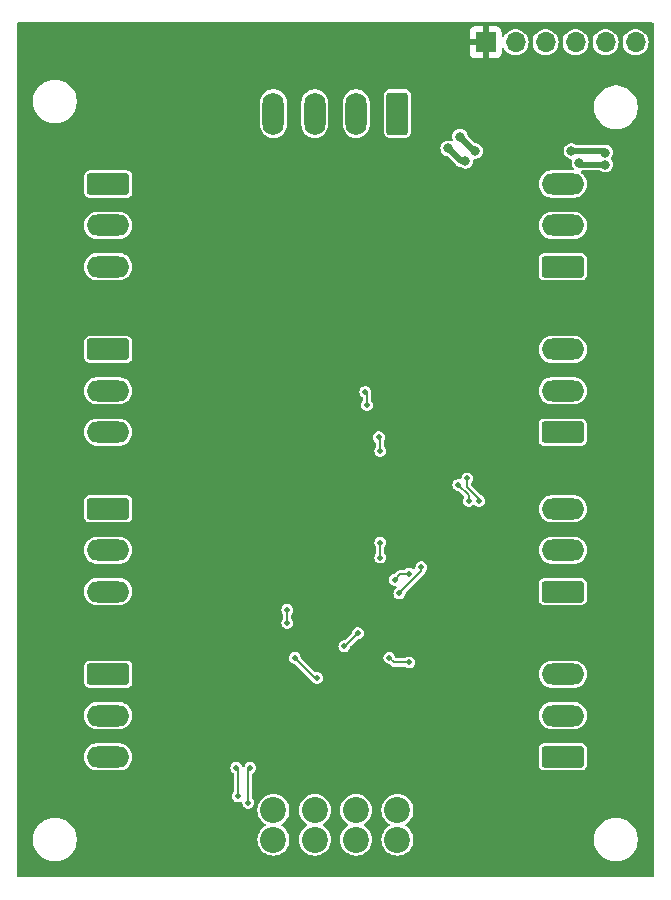
<source format=gbr>
%TF.GenerationSoftware,KiCad,Pcbnew,8.0.2*%
%TF.CreationDate,2024-10-12T15:49:16+02:00*%
%TF.ProjectId,OS-RelayDecoder-4,4f532d52-656c-4617-9944-65636f646572,rev?*%
%TF.SameCoordinates,Original*%
%TF.FileFunction,Copper,L2,Bot*%
%TF.FilePolarity,Positive*%
%FSLAX46Y46*%
G04 Gerber Fmt 4.6, Leading zero omitted, Abs format (unit mm)*
G04 Created by KiCad (PCBNEW 8.0.2) date 2024-10-12 15:49:16*
%MOMM*%
%LPD*%
G01*
G04 APERTURE LIST*
G04 Aperture macros list*
%AMRoundRect*
0 Rectangle with rounded corners*
0 $1 Rounding radius*
0 $2 $3 $4 $5 $6 $7 $8 $9 X,Y pos of 4 corners*
0 Add a 4 corners polygon primitive as box body*
4,1,4,$2,$3,$4,$5,$6,$7,$8,$9,$2,$3,0*
0 Add four circle primitives for the rounded corners*
1,1,$1+$1,$2,$3*
1,1,$1+$1,$4,$5*
1,1,$1+$1,$6,$7*
1,1,$1+$1,$8,$9*
0 Add four rect primitives between the rounded corners*
20,1,$1+$1,$2,$3,$4,$5,0*
20,1,$1+$1,$4,$5,$6,$7,0*
20,1,$1+$1,$6,$7,$8,$9,0*
20,1,$1+$1,$8,$9,$2,$3,0*%
G04 Aperture macros list end*
%TA.AperFunction,ComponentPad*%
%ADD10RoundRect,0.250000X1.550000X-0.650000X1.550000X0.650000X-1.550000X0.650000X-1.550000X-0.650000X0*%
%TD*%
%TA.AperFunction,ComponentPad*%
%ADD11O,3.600000X1.800000*%
%TD*%
%TA.AperFunction,ComponentPad*%
%ADD12RoundRect,0.250000X-1.550000X0.650000X-1.550000X-0.650000X1.550000X-0.650000X1.550000X0.650000X0*%
%TD*%
%TA.AperFunction,ComponentPad*%
%ADD13C,2.200000*%
%TD*%
%TA.AperFunction,ComponentPad*%
%ADD14R,1.700000X1.700000*%
%TD*%
%TA.AperFunction,ComponentPad*%
%ADD15O,1.700000X1.700000*%
%TD*%
%TA.AperFunction,ComponentPad*%
%ADD16RoundRect,0.250000X0.650000X1.550000X-0.650000X1.550000X-0.650000X-1.550000X0.650000X-1.550000X0*%
%TD*%
%TA.AperFunction,ComponentPad*%
%ADD17O,1.800000X3.600000*%
%TD*%
%TA.AperFunction,ViaPad*%
%ADD18C,0.500000*%
%TD*%
%TA.AperFunction,ViaPad*%
%ADD19C,0.800000*%
%TD*%
%TA.AperFunction,Conductor*%
%ADD20C,0.200000*%
%TD*%
%TA.AperFunction,Conductor*%
%ADD21C,0.500000*%
%TD*%
G04 APERTURE END LIST*
D10*
%TO.P,J301,1,Pin_1*%
%TO.N,Net-(J301-Pin_1)*%
X74000000Y-113500000D03*
D11*
%TO.P,J301,2,Pin_2*%
%TO.N,Net-(J301-Pin_2)*%
X74000000Y-110000000D03*
%TO.P,J301,3,Pin_3*%
%TO.N,Net-(J301-Pin_3)*%
X74000000Y-106500000D03*
%TD*%
D10*
%TO.P,J302,1,Pin_1*%
%TO.N,Net-(J302-Pin_1)*%
X74000000Y-127500000D03*
D11*
%TO.P,J302,2,Pin_2*%
%TO.N,Net-(J302-Pin_2)*%
X74000000Y-124000000D03*
%TO.P,J302,3,Pin_3*%
%TO.N,Net-(J302-Pin_3)*%
X74000000Y-120500000D03*
%TD*%
D12*
%TO.P,J501,1,Pin_1*%
%TO.N,Net-(J501-Pin_1)*%
X35500000Y-120500000D03*
D11*
%TO.P,J501,2,Pin_2*%
%TO.N,Net-(J501-Pin_2)*%
X35500000Y-124000000D03*
%TO.P,J501,3,Pin_3*%
%TO.N,Net-(J501-Pin_3)*%
X35500000Y-127500000D03*
%TD*%
D13*
%TO.P,J702,1,Pin_1*%
%TO.N,/DCC+power/DCC_A*%
X60000000Y-132000000D03*
X60000000Y-134500000D03*
%TO.P,J702,2,Pin_2*%
%TO.N,/DCC+power/DCC_B*%
X56500000Y-132000000D03*
X56500000Y-134500000D03*
%TO.P,J702,3,Pin_3*%
%TO.N,/DCC+power/P2*%
X53000000Y-132000000D03*
X53000000Y-134500000D03*
%TO.P,J702,4,Pin_4*%
%TO.N,/DCC+power/P1*%
X49500000Y-132000000D03*
X49500000Y-134500000D03*
%TD*%
D14*
%TO.P,J202,1,Pin_1*%
%TO.N,GND*%
X67460000Y-67000000D03*
D15*
%TO.P,J202,2,Pin_2*%
%TO.N,+5V*%
X70000000Y-67000000D03*
%TO.P,J202,3,Pin_3*%
%TO.N,/MCU/LED*%
X72540000Y-67000000D03*
%TO.P,J202,4,Pin_4*%
%TO.N,/MCU/MISO*%
X75080000Y-67000000D03*
%TO.P,J202,5,Pin_5*%
%TO.N,/MCU/MOSI*%
X77620000Y-67000000D03*
%TO.P,J202,6,Pin_6*%
%TO.N,/MCU/Reset*%
X80160000Y-67000000D03*
%TD*%
D10*
%TO.P,J401,1,Pin_1*%
%TO.N,Net-(J401-Pin_1)*%
X74000000Y-86000000D03*
D11*
%TO.P,J401,2,Pin_2*%
%TO.N,Net-(J401-Pin_2)*%
X74000000Y-82500000D03*
%TO.P,J401,3,Pin_3*%
%TO.N,Net-(J401-Pin_3)*%
X74000000Y-79000000D03*
%TD*%
D16*
%TO.P,J701,1,Pin_1*%
%TO.N,/DCC+power/DCC_A*%
X60000000Y-73036500D03*
D17*
%TO.P,J701,2,Pin_2*%
%TO.N,/DCC+power/DCC_B*%
X56500000Y-73036500D03*
%TO.P,J701,3,Pin_3*%
%TO.N,/DCC+power/P2*%
X53000000Y-73036500D03*
%TO.P,J701,4,Pin_4*%
%TO.N,/DCC+power/P1*%
X49500000Y-73036500D03*
%TD*%
D12*
%TO.P,J502,1,Pin_1*%
%TO.N,Net-(J502-Pin_1)*%
X35500000Y-106500000D03*
D11*
%TO.P,J502,2,Pin_2*%
%TO.N,Net-(J502-Pin_2)*%
X35500000Y-110000000D03*
%TO.P,J502,3,Pin_3*%
%TO.N,Net-(J502-Pin_3)*%
X35500000Y-113500000D03*
%TD*%
D12*
%TO.P,J203,1,Pin_1*%
%TO.N,Net-(J203-Pin_1)*%
X35500000Y-79000000D03*
D11*
%TO.P,J203,2,Pin_2*%
%TO.N,Net-(J203-Pin_2)*%
X35500000Y-82500000D03*
%TO.P,J203,3,Pin_3*%
%TO.N,Net-(J203-Pin_3)*%
X35500000Y-86000000D03*
%TD*%
D10*
%TO.P,J402,1,Pin_1*%
%TO.N,Net-(J402-Pin_1)*%
X74000000Y-100000000D03*
D11*
%TO.P,J402,2,Pin_2*%
%TO.N,Net-(J402-Pin_2)*%
X74000000Y-96500000D03*
%TO.P,J402,3,Pin_3*%
%TO.N,Net-(J402-Pin_3)*%
X74000000Y-93000000D03*
%TD*%
D12*
%TO.P,J201,1,Pin_1*%
%TO.N,Net-(J201-Pin_1)*%
X35500000Y-93000000D03*
D11*
%TO.P,J201,2,Pin_2*%
%TO.N,Net-(J201-Pin_2)*%
X35500000Y-96500000D03*
%TO.P,J201,3,Pin_3*%
%TO.N,Net-(J201-Pin_3)*%
X35500000Y-100000000D03*
%TD*%
D18*
%TO.N,GND*%
X54737000Y-70993000D03*
X64262000Y-79756000D03*
X42418000Y-135001000D03*
X50292000Y-78994000D03*
X47371000Y-133477000D03*
X54610000Y-130302000D03*
X28575000Y-125984000D03*
X50800000Y-137033000D03*
X75057000Y-132334000D03*
X58293000Y-72644000D03*
X47371000Y-104521000D03*
X64770000Y-97155000D03*
X44831000Y-108458000D03*
X79502000Y-105283000D03*
X48260000Y-79502000D03*
X50165000Y-111760000D03*
X29718000Y-76200000D03*
X60960000Y-83058000D03*
X53086000Y-129667000D03*
X55372000Y-119253000D03*
X28575000Y-110109000D03*
X28448000Y-84455000D03*
X78867000Y-129159000D03*
X28829000Y-92710000D03*
X79883000Y-83693000D03*
X56261000Y-125476000D03*
X53213000Y-125857000D03*
X51943000Y-106045000D03*
X41148000Y-132715000D03*
X57658000Y-102997000D03*
X56769000Y-107696000D03*
X33909000Y-137160000D03*
X65024000Y-101219000D03*
X50927000Y-109855000D03*
X56007000Y-136906000D03*
X50927000Y-95885000D03*
X50165000Y-108712000D03*
X63754000Y-136525000D03*
X51435000Y-85598000D03*
X43561000Y-69850000D03*
X59944000Y-98679000D03*
X44450000Y-106680000D03*
X67564000Y-94234000D03*
X54597969Y-83903129D03*
X59182000Y-98044000D03*
X71501000Y-78232000D03*
X44450000Y-110871000D03*
X45974000Y-132461000D03*
X52705000Y-104902000D03*
X58166000Y-133223000D03*
X76962000Y-74676000D03*
X62357000Y-98044000D03*
X59944000Y-97155000D03*
X49403000Y-78359000D03*
X57404000Y-87503000D03*
X51435000Y-89408000D03*
X31242000Y-66294000D03*
X64262000Y-102616000D03*
X60071000Y-103251000D03*
X55753000Y-106426000D03*
X66929000Y-86233000D03*
X68199000Y-103632000D03*
X50292000Y-106553000D03*
X79502000Y-112014000D03*
D19*
X52871000Y-115162000D03*
D18*
X50927000Y-102362000D03*
X49657000Y-123190000D03*
X65405000Y-73787000D03*
X61849000Y-90551000D03*
D19*
X53506000Y-110336000D03*
D18*
X46863000Y-107315000D03*
X59690000Y-76327000D03*
X44450000Y-82677000D03*
X57277000Y-92837000D03*
X81026000Y-69342000D03*
X69215000Y-93726000D03*
X62738000Y-76581000D03*
X53467000Y-108966000D03*
X68580000Y-70231000D03*
X64389000Y-66167000D03*
X54737000Y-78486000D03*
X68000000Y-90500000D03*
X35560000Y-73152000D03*
X48133000Y-86487000D03*
X49276000Y-81661000D03*
X68580000Y-96647000D03*
X61087000Y-93599000D03*
X49149000Y-124333000D03*
X46355000Y-134874000D03*
X58293000Y-129794000D03*
X57150000Y-82804000D03*
X47244000Y-79502000D03*
X79629000Y-119126000D03*
X79629000Y-125603000D03*
X54610000Y-81788000D03*
X79629000Y-97028000D03*
X62357000Y-69342000D03*
X60325000Y-104775000D03*
X48133000Y-83693000D03*
X54737000Y-92329000D03*
X77089000Y-69342000D03*
D19*
X54903000Y-113257000D03*
D18*
X81026000Y-75438000D03*
X29591000Y-130556000D03*
X62357000Y-101346000D03*
X61341000Y-98044000D03*
X48387000Y-111633000D03*
X53340000Y-127889000D03*
X50292000Y-66548000D03*
X79756000Y-78740000D03*
X54356000Y-87503000D03*
X54229000Y-124079000D03*
X51181000Y-113919000D03*
X28575000Y-100203000D03*
X61468000Y-126492000D03*
X58293000Y-80518000D03*
X71628000Y-136398000D03*
X79883000Y-90551000D03*
X55499000Y-76962000D03*
X39878000Y-135001000D03*
X64770000Y-94869000D03*
X54483000Y-116967000D03*
X60960000Y-124460000D03*
X52070000Y-82550000D03*
X62611000Y-126619000D03*
X72136000Y-103124000D03*
X52070000Y-91694000D03*
X47879000Y-107569000D03*
X60452000Y-85852000D03*
X70358000Y-98298000D03*
X44450000Y-73152000D03*
X49276000Y-114554000D03*
X67564000Y-99822000D03*
X66421000Y-102235000D03*
X28575000Y-118364000D03*
X67437000Y-72136000D03*
X49149000Y-102235000D03*
X53594000Y-119253000D03*
X67818000Y-78232000D03*
%TO.N,VCC*%
X61000000Y-112000000D03*
X65913000Y-103924695D03*
X59750000Y-112500000D03*
X59320750Y-119114250D03*
X61000000Y-119500000D03*
X66929000Y-105824695D03*
%TO.N,+5V*%
X57404000Y-97705000D03*
X58431052Y-100445948D03*
X58547000Y-101600000D03*
X50673000Y-115050000D03*
X51300091Y-119118091D03*
X50673000Y-116150000D03*
X57284909Y-96605000D03*
X53213000Y-120819000D03*
D19*
%TO.N,/DCC+power/DCC_B*%
X66604224Y-76207226D03*
X77600000Y-76327000D03*
X74717276Y-76207225D03*
X65287432Y-74978432D03*
D18*
%TO.N,/MCU/LED*%
X62012530Y-111450000D03*
X66040000Y-105824695D03*
X65151000Y-104474695D03*
X60153079Y-113652557D03*
%TO.N,/DCC+power/P1*%
X46482000Y-130820000D03*
X46355000Y-128420000D03*
D19*
%TO.N,/DCC+power/DCC_A*%
X77600000Y-77343000D03*
X75400000Y-77216000D03*
X64290932Y-75974932D03*
X65754225Y-77057225D03*
D18*
%TO.N,Net-(SW601-B)*%
X55499000Y-118126000D03*
X58547000Y-110617000D03*
X47371000Y-131370000D03*
X56642000Y-117026000D03*
X58547000Y-109347000D03*
X47540000Y-128420000D03*
%TD*%
D20*
%TO.N,VCC*%
X61000000Y-112000000D02*
X60250000Y-112000000D01*
X60250000Y-112000000D02*
X59750000Y-112500000D01*
X61000000Y-119500000D02*
X59706500Y-119500000D01*
X65913000Y-104671009D02*
X65913000Y-103924695D01*
X59706500Y-119500000D02*
X59320750Y-119114250D01*
X66929000Y-105824695D02*
X66929000Y-105687009D01*
X66929000Y-105687009D02*
X65913000Y-104671009D01*
%TO.N,+5V*%
X50673000Y-116150000D02*
X50673000Y-115050000D01*
X57404000Y-97705000D02*
X57404000Y-96724091D01*
X58547000Y-101600000D02*
X58547000Y-100561896D01*
X53001000Y-120819000D02*
X51300091Y-119118091D01*
X53213000Y-120819000D02*
X53001000Y-120819000D01*
X58547000Y-100561896D02*
X58431052Y-100445948D01*
X57404000Y-96724091D02*
X57284909Y-96605000D01*
D21*
%TO.N,/DCC+power/DCC_B*%
X77480225Y-76207225D02*
X77600000Y-76327000D01*
X65287432Y-74978433D02*
X66516225Y-76207226D01*
X74717276Y-76207225D02*
X77480225Y-76207225D01*
X66516225Y-76207226D02*
X66604224Y-76207226D01*
X65287432Y-74978432D02*
X65287432Y-74978433D01*
D20*
%TO.N,/MCU/LED*%
X62012530Y-111793106D02*
X62012530Y-111450000D01*
X66040000Y-105363695D02*
X65151000Y-104474695D01*
X60153079Y-113652557D02*
X62012530Y-111793106D01*
X66040000Y-105824695D02*
X66040000Y-105363695D01*
%TO.N,/DCC+power/P1*%
X46355000Y-128420000D02*
X46482000Y-128547000D01*
X46482000Y-128547000D02*
X46482000Y-130820000D01*
D21*
%TO.N,/DCC+power/DCC_A*%
X75527000Y-77343000D02*
X75400000Y-77216000D01*
X65373225Y-77057225D02*
X65754225Y-77057225D01*
X77600000Y-77343000D02*
X75527000Y-77343000D01*
X64290932Y-75974932D02*
X65373225Y-77057225D01*
D20*
%TO.N,Net-(SW601-B)*%
X58547000Y-110617000D02*
X58547000Y-109347000D01*
X47371000Y-128589000D02*
X47540000Y-128420000D01*
X47371000Y-131370000D02*
X47371000Y-128589000D01*
X55542000Y-118126000D02*
X56642000Y-117026000D01*
X55499000Y-118126000D02*
X55542000Y-118126000D01*
%TD*%
%TA.AperFunction,Conductor*%
%TO.N,GND*%
G36*
X81642539Y-65320185D02*
G01*
X81688294Y-65372989D01*
X81699500Y-65424500D01*
X81699500Y-137575500D01*
X81679815Y-137642539D01*
X81627011Y-137688294D01*
X81575500Y-137699500D01*
X27924500Y-137699500D01*
X27857461Y-137679815D01*
X27811706Y-137627011D01*
X27800500Y-137575500D01*
X27800500Y-134378711D01*
X29149500Y-134378711D01*
X29149500Y-134621288D01*
X29181161Y-134861785D01*
X29243947Y-135096104D01*
X29277801Y-135177834D01*
X29336776Y-135320212D01*
X29458064Y-135530289D01*
X29458066Y-135530292D01*
X29458067Y-135530293D01*
X29605733Y-135722736D01*
X29605739Y-135722743D01*
X29777256Y-135894260D01*
X29777262Y-135894265D01*
X29969711Y-136041936D01*
X30179788Y-136163224D01*
X30403900Y-136256054D01*
X30638211Y-136318838D01*
X30818586Y-136342584D01*
X30878711Y-136350500D01*
X30878712Y-136350500D01*
X31121289Y-136350500D01*
X31169388Y-136344167D01*
X31361789Y-136318838D01*
X31596100Y-136256054D01*
X31820212Y-136163224D01*
X32030289Y-136041936D01*
X32222738Y-135894265D01*
X32394265Y-135722738D01*
X32541936Y-135530289D01*
X32663224Y-135320212D01*
X32756054Y-135096100D01*
X32818838Y-134861789D01*
X32850500Y-134621288D01*
X32850500Y-134378712D01*
X32818838Y-134138211D01*
X32756054Y-133903900D01*
X32663224Y-133679788D01*
X32541936Y-133469711D01*
X32394265Y-133277262D01*
X32394260Y-133277256D01*
X32222743Y-133105739D01*
X32222736Y-133105733D01*
X32030293Y-132958067D01*
X32030292Y-132958066D01*
X32030289Y-132958064D01*
X31820212Y-132836776D01*
X31820205Y-132836773D01*
X31596104Y-132743947D01*
X31361785Y-132681161D01*
X31121289Y-132649500D01*
X31121288Y-132649500D01*
X30878712Y-132649500D01*
X30878711Y-132649500D01*
X30638214Y-132681161D01*
X30403895Y-132743947D01*
X30179794Y-132836773D01*
X30179785Y-132836777D01*
X29969706Y-132958067D01*
X29777263Y-133105733D01*
X29777256Y-133105739D01*
X29605739Y-133277256D01*
X29605733Y-133277263D01*
X29458067Y-133469706D01*
X29336777Y-133679785D01*
X29336773Y-133679794D01*
X29243947Y-133903895D01*
X29181161Y-134138214D01*
X29149500Y-134378711D01*
X27800500Y-134378711D01*
X27800500Y-131999999D01*
X48144341Y-131999999D01*
X48144341Y-132000000D01*
X48164936Y-132235403D01*
X48164938Y-132235413D01*
X48226094Y-132463655D01*
X48226096Y-132463659D01*
X48226097Y-132463663D01*
X48325965Y-132677830D01*
X48325967Y-132677834D01*
X48461501Y-132871395D01*
X48461506Y-132871402D01*
X48628597Y-133038493D01*
X48628603Y-133038498D01*
X48785595Y-133148425D01*
X48829220Y-133203002D01*
X48836414Y-133272500D01*
X48804891Y-133334855D01*
X48785595Y-133351575D01*
X48628597Y-133461505D01*
X48461505Y-133628597D01*
X48325965Y-133822169D01*
X48325964Y-133822171D01*
X48226098Y-134036335D01*
X48226094Y-134036344D01*
X48164938Y-134264586D01*
X48164936Y-134264596D01*
X48144341Y-134499999D01*
X48144341Y-134500000D01*
X48164936Y-134735403D01*
X48164938Y-134735413D01*
X48226094Y-134963655D01*
X48226096Y-134963659D01*
X48226097Y-134963663D01*
X48325965Y-135177830D01*
X48325967Y-135177834D01*
X48425657Y-135320205D01*
X48461505Y-135371401D01*
X48628599Y-135538495D01*
X48725384Y-135606265D01*
X48822165Y-135674032D01*
X48822167Y-135674033D01*
X48822170Y-135674035D01*
X49036337Y-135773903D01*
X49264592Y-135835063D01*
X49452918Y-135851539D01*
X49499999Y-135855659D01*
X49500000Y-135855659D01*
X49500001Y-135855659D01*
X49539234Y-135852226D01*
X49735408Y-135835063D01*
X49963663Y-135773903D01*
X50177830Y-135674035D01*
X50371401Y-135538495D01*
X50538495Y-135371401D01*
X50674035Y-135177830D01*
X50773903Y-134963663D01*
X50835063Y-134735408D01*
X50855659Y-134500000D01*
X50835063Y-134264592D01*
X50773903Y-134036337D01*
X50674035Y-133822171D01*
X50538495Y-133628599D01*
X50538494Y-133628597D01*
X50371402Y-133461506D01*
X50371396Y-133461501D01*
X50214405Y-133351575D01*
X50170780Y-133296998D01*
X50163586Y-133227500D01*
X50195109Y-133165145D01*
X50214405Y-133148425D01*
X50275375Y-133105733D01*
X50371401Y-133038495D01*
X50538495Y-132871401D01*
X50674035Y-132677830D01*
X50773903Y-132463663D01*
X50835063Y-132235408D01*
X50855659Y-132000000D01*
X50855659Y-131999999D01*
X51644341Y-131999999D01*
X51644341Y-132000000D01*
X51664936Y-132235403D01*
X51664938Y-132235413D01*
X51726094Y-132463655D01*
X51726096Y-132463659D01*
X51726097Y-132463663D01*
X51825965Y-132677830D01*
X51825967Y-132677834D01*
X51961501Y-132871395D01*
X51961506Y-132871402D01*
X52128597Y-133038493D01*
X52128603Y-133038498D01*
X52285595Y-133148425D01*
X52329220Y-133203002D01*
X52336414Y-133272500D01*
X52304891Y-133334855D01*
X52285595Y-133351575D01*
X52128597Y-133461505D01*
X51961505Y-133628597D01*
X51825965Y-133822169D01*
X51825964Y-133822171D01*
X51726098Y-134036335D01*
X51726094Y-134036344D01*
X51664938Y-134264586D01*
X51664936Y-134264596D01*
X51644341Y-134499999D01*
X51644341Y-134500000D01*
X51664936Y-134735403D01*
X51664938Y-134735413D01*
X51726094Y-134963655D01*
X51726096Y-134963659D01*
X51726097Y-134963663D01*
X51825965Y-135177830D01*
X51825967Y-135177834D01*
X51925657Y-135320205D01*
X51961505Y-135371401D01*
X52128599Y-135538495D01*
X52225384Y-135606265D01*
X52322165Y-135674032D01*
X52322167Y-135674033D01*
X52322170Y-135674035D01*
X52536337Y-135773903D01*
X52764592Y-135835063D01*
X52952918Y-135851539D01*
X52999999Y-135855659D01*
X53000000Y-135855659D01*
X53000001Y-135855659D01*
X53039234Y-135852226D01*
X53235408Y-135835063D01*
X53463663Y-135773903D01*
X53677830Y-135674035D01*
X53871401Y-135538495D01*
X54038495Y-135371401D01*
X54174035Y-135177830D01*
X54273903Y-134963663D01*
X54335063Y-134735408D01*
X54355659Y-134500000D01*
X54335063Y-134264592D01*
X54273903Y-134036337D01*
X54174035Y-133822171D01*
X54038495Y-133628599D01*
X54038494Y-133628597D01*
X53871402Y-133461506D01*
X53871396Y-133461501D01*
X53714405Y-133351575D01*
X53670780Y-133296998D01*
X53663586Y-133227500D01*
X53695109Y-133165145D01*
X53714405Y-133148425D01*
X53775375Y-133105733D01*
X53871401Y-133038495D01*
X54038495Y-132871401D01*
X54174035Y-132677830D01*
X54273903Y-132463663D01*
X54335063Y-132235408D01*
X54355659Y-132000000D01*
X54355659Y-131999999D01*
X55144341Y-131999999D01*
X55144341Y-132000000D01*
X55164936Y-132235403D01*
X55164938Y-132235413D01*
X55226094Y-132463655D01*
X55226096Y-132463659D01*
X55226097Y-132463663D01*
X55325965Y-132677830D01*
X55325967Y-132677834D01*
X55461501Y-132871395D01*
X55461506Y-132871402D01*
X55628597Y-133038493D01*
X55628603Y-133038498D01*
X55785595Y-133148425D01*
X55829220Y-133203002D01*
X55836414Y-133272500D01*
X55804891Y-133334855D01*
X55785595Y-133351575D01*
X55628597Y-133461505D01*
X55461505Y-133628597D01*
X55325965Y-133822169D01*
X55325964Y-133822171D01*
X55226098Y-134036335D01*
X55226094Y-134036344D01*
X55164938Y-134264586D01*
X55164936Y-134264596D01*
X55144341Y-134499999D01*
X55144341Y-134500000D01*
X55164936Y-134735403D01*
X55164938Y-134735413D01*
X55226094Y-134963655D01*
X55226096Y-134963659D01*
X55226097Y-134963663D01*
X55325965Y-135177830D01*
X55325967Y-135177834D01*
X55425657Y-135320205D01*
X55461505Y-135371401D01*
X55628599Y-135538495D01*
X55725384Y-135606265D01*
X55822165Y-135674032D01*
X55822167Y-135674033D01*
X55822170Y-135674035D01*
X56036337Y-135773903D01*
X56264592Y-135835063D01*
X56452918Y-135851539D01*
X56499999Y-135855659D01*
X56500000Y-135855659D01*
X56500001Y-135855659D01*
X56539234Y-135852226D01*
X56735408Y-135835063D01*
X56963663Y-135773903D01*
X57177830Y-135674035D01*
X57371401Y-135538495D01*
X57538495Y-135371401D01*
X57674035Y-135177830D01*
X57773903Y-134963663D01*
X57835063Y-134735408D01*
X57855659Y-134500000D01*
X57835063Y-134264592D01*
X57773903Y-134036337D01*
X57674035Y-133822171D01*
X57538495Y-133628599D01*
X57538494Y-133628597D01*
X57371402Y-133461506D01*
X57371396Y-133461501D01*
X57214405Y-133351575D01*
X57170780Y-133296998D01*
X57163586Y-133227500D01*
X57195109Y-133165145D01*
X57214405Y-133148425D01*
X57275375Y-133105733D01*
X57371401Y-133038495D01*
X57538495Y-132871401D01*
X57674035Y-132677830D01*
X57773903Y-132463663D01*
X57835063Y-132235408D01*
X57855659Y-132000000D01*
X57855659Y-131999999D01*
X58644341Y-131999999D01*
X58644341Y-132000000D01*
X58664936Y-132235403D01*
X58664938Y-132235413D01*
X58726094Y-132463655D01*
X58726096Y-132463659D01*
X58726097Y-132463663D01*
X58825965Y-132677830D01*
X58825967Y-132677834D01*
X58961501Y-132871395D01*
X58961506Y-132871402D01*
X59128597Y-133038493D01*
X59128603Y-133038498D01*
X59285595Y-133148425D01*
X59329220Y-133203002D01*
X59336414Y-133272500D01*
X59304891Y-133334855D01*
X59285595Y-133351575D01*
X59128597Y-133461505D01*
X58961505Y-133628597D01*
X58825965Y-133822169D01*
X58825964Y-133822171D01*
X58726098Y-134036335D01*
X58726094Y-134036344D01*
X58664938Y-134264586D01*
X58664936Y-134264596D01*
X58644341Y-134499999D01*
X58644341Y-134500000D01*
X58664936Y-134735403D01*
X58664938Y-134735413D01*
X58726094Y-134963655D01*
X58726096Y-134963659D01*
X58726097Y-134963663D01*
X58825965Y-135177830D01*
X58825967Y-135177834D01*
X58925657Y-135320205D01*
X58961505Y-135371401D01*
X59128599Y-135538495D01*
X59225384Y-135606265D01*
X59322165Y-135674032D01*
X59322167Y-135674033D01*
X59322170Y-135674035D01*
X59536337Y-135773903D01*
X59764592Y-135835063D01*
X59952918Y-135851539D01*
X59999999Y-135855659D01*
X60000000Y-135855659D01*
X60000001Y-135855659D01*
X60039234Y-135852226D01*
X60235408Y-135835063D01*
X60463663Y-135773903D01*
X60677830Y-135674035D01*
X60871401Y-135538495D01*
X61038495Y-135371401D01*
X61174035Y-135177830D01*
X61273903Y-134963663D01*
X61335063Y-134735408D01*
X61355659Y-134500000D01*
X61345047Y-134378711D01*
X76649500Y-134378711D01*
X76649500Y-134621288D01*
X76681161Y-134861785D01*
X76743947Y-135096104D01*
X76777801Y-135177834D01*
X76836776Y-135320212D01*
X76958064Y-135530289D01*
X76958066Y-135530292D01*
X76958067Y-135530293D01*
X77105733Y-135722736D01*
X77105739Y-135722743D01*
X77277256Y-135894260D01*
X77277262Y-135894265D01*
X77469711Y-136041936D01*
X77679788Y-136163224D01*
X77903900Y-136256054D01*
X78138211Y-136318838D01*
X78318586Y-136342584D01*
X78378711Y-136350500D01*
X78378712Y-136350500D01*
X78621289Y-136350500D01*
X78669388Y-136344167D01*
X78861789Y-136318838D01*
X79096100Y-136256054D01*
X79320212Y-136163224D01*
X79530289Y-136041936D01*
X79722738Y-135894265D01*
X79894265Y-135722738D01*
X80041936Y-135530289D01*
X80163224Y-135320212D01*
X80256054Y-135096100D01*
X80318838Y-134861789D01*
X80350500Y-134621288D01*
X80350500Y-134378712D01*
X80318838Y-134138211D01*
X80256054Y-133903900D01*
X80163224Y-133679788D01*
X80041936Y-133469711D01*
X79894265Y-133277262D01*
X79894260Y-133277256D01*
X79722743Y-133105739D01*
X79722736Y-133105733D01*
X79530293Y-132958067D01*
X79530292Y-132958066D01*
X79530289Y-132958064D01*
X79320212Y-132836776D01*
X79320205Y-132836773D01*
X79096104Y-132743947D01*
X78861785Y-132681161D01*
X78621289Y-132649500D01*
X78621288Y-132649500D01*
X78378712Y-132649500D01*
X78378711Y-132649500D01*
X78138214Y-132681161D01*
X77903895Y-132743947D01*
X77679794Y-132836773D01*
X77679785Y-132836777D01*
X77469706Y-132958067D01*
X77277263Y-133105733D01*
X77277256Y-133105739D01*
X77105739Y-133277256D01*
X77105733Y-133277263D01*
X76958067Y-133469706D01*
X76836777Y-133679785D01*
X76836773Y-133679794D01*
X76743947Y-133903895D01*
X76681161Y-134138214D01*
X76649500Y-134378711D01*
X61345047Y-134378711D01*
X61335063Y-134264592D01*
X61273903Y-134036337D01*
X61174035Y-133822171D01*
X61038495Y-133628599D01*
X61038494Y-133628597D01*
X60871402Y-133461506D01*
X60871396Y-133461501D01*
X60714405Y-133351575D01*
X60670780Y-133296998D01*
X60663586Y-133227500D01*
X60695109Y-133165145D01*
X60714405Y-133148425D01*
X60775375Y-133105733D01*
X60871401Y-133038495D01*
X61038495Y-132871401D01*
X61174035Y-132677830D01*
X61273903Y-132463663D01*
X61335063Y-132235408D01*
X61355659Y-132000000D01*
X61335063Y-131764592D01*
X61273903Y-131536337D01*
X61174035Y-131322171D01*
X61172865Y-131320499D01*
X61038494Y-131128597D01*
X60871402Y-130961506D01*
X60871395Y-130961501D01*
X60677834Y-130825967D01*
X60677830Y-130825965D01*
X60665038Y-130820000D01*
X60463663Y-130726097D01*
X60463659Y-130726096D01*
X60463655Y-130726094D01*
X60235413Y-130664938D01*
X60235403Y-130664936D01*
X60000001Y-130644341D01*
X59999999Y-130644341D01*
X59764596Y-130664936D01*
X59764586Y-130664938D01*
X59536344Y-130726094D01*
X59536335Y-130726098D01*
X59322171Y-130825964D01*
X59322169Y-130825965D01*
X59128597Y-130961505D01*
X58961505Y-131128597D01*
X58825965Y-131322169D01*
X58825964Y-131322171D01*
X58726098Y-131536335D01*
X58726094Y-131536344D01*
X58664938Y-131764586D01*
X58664936Y-131764596D01*
X58644341Y-131999999D01*
X57855659Y-131999999D01*
X57835063Y-131764592D01*
X57773903Y-131536337D01*
X57674035Y-131322171D01*
X57672865Y-131320499D01*
X57538494Y-131128597D01*
X57371402Y-130961506D01*
X57371395Y-130961501D01*
X57177834Y-130825967D01*
X57177830Y-130825965D01*
X57165038Y-130820000D01*
X56963663Y-130726097D01*
X56963659Y-130726096D01*
X56963655Y-130726094D01*
X56735413Y-130664938D01*
X56735403Y-130664936D01*
X56500001Y-130644341D01*
X56499999Y-130644341D01*
X56264596Y-130664936D01*
X56264586Y-130664938D01*
X56036344Y-130726094D01*
X56036335Y-130726098D01*
X55822171Y-130825964D01*
X55822169Y-130825965D01*
X55628597Y-130961505D01*
X55461505Y-131128597D01*
X55325965Y-131322169D01*
X55325964Y-131322171D01*
X55226098Y-131536335D01*
X55226094Y-131536344D01*
X55164938Y-131764586D01*
X55164936Y-131764596D01*
X55144341Y-131999999D01*
X54355659Y-131999999D01*
X54335063Y-131764592D01*
X54273903Y-131536337D01*
X54174035Y-131322171D01*
X54172865Y-131320499D01*
X54038494Y-131128597D01*
X53871402Y-130961506D01*
X53871395Y-130961501D01*
X53677834Y-130825967D01*
X53677830Y-130825965D01*
X53665038Y-130820000D01*
X53463663Y-130726097D01*
X53463659Y-130726096D01*
X53463655Y-130726094D01*
X53235413Y-130664938D01*
X53235403Y-130664936D01*
X53000001Y-130644341D01*
X52999999Y-130644341D01*
X52764596Y-130664936D01*
X52764586Y-130664938D01*
X52536344Y-130726094D01*
X52536335Y-130726098D01*
X52322171Y-130825964D01*
X52322169Y-130825965D01*
X52128597Y-130961505D01*
X51961505Y-131128597D01*
X51825965Y-131322169D01*
X51825964Y-131322171D01*
X51726098Y-131536335D01*
X51726094Y-131536344D01*
X51664938Y-131764586D01*
X51664936Y-131764596D01*
X51644341Y-131999999D01*
X50855659Y-131999999D01*
X50835063Y-131764592D01*
X50773903Y-131536337D01*
X50674035Y-131322171D01*
X50672865Y-131320499D01*
X50538494Y-131128597D01*
X50371402Y-130961506D01*
X50371395Y-130961501D01*
X50177834Y-130825967D01*
X50177830Y-130825965D01*
X50165038Y-130820000D01*
X49963663Y-130726097D01*
X49963659Y-130726096D01*
X49963655Y-130726094D01*
X49735413Y-130664938D01*
X49735403Y-130664936D01*
X49500001Y-130644341D01*
X49499999Y-130644341D01*
X49264596Y-130664936D01*
X49264586Y-130664938D01*
X49036344Y-130726094D01*
X49036335Y-130726098D01*
X48822171Y-130825964D01*
X48822169Y-130825965D01*
X48628597Y-130961505D01*
X48461505Y-131128597D01*
X48325965Y-131322169D01*
X48325964Y-131322171D01*
X48226098Y-131536335D01*
X48226094Y-131536344D01*
X48164938Y-131764586D01*
X48164936Y-131764596D01*
X48144341Y-131999999D01*
X27800500Y-131999999D01*
X27800500Y-127409448D01*
X33449500Y-127409448D01*
X33449500Y-127590551D01*
X33477829Y-127769410D01*
X33533787Y-127941636D01*
X33533788Y-127941639D01*
X33616006Y-128102997D01*
X33722441Y-128249494D01*
X33722445Y-128249499D01*
X33850500Y-128377554D01*
X33850505Y-128377558D01*
X33972659Y-128466307D01*
X33997006Y-128483996D01*
X34102484Y-128537740D01*
X34158360Y-128566211D01*
X34158363Y-128566212D01*
X34243251Y-128593793D01*
X34330591Y-128622171D01*
X34413429Y-128635291D01*
X34509449Y-128650500D01*
X34509454Y-128650500D01*
X36490551Y-128650500D01*
X36577259Y-128636765D01*
X36669409Y-128622171D01*
X36841639Y-128566211D01*
X37002994Y-128483996D01*
X37091077Y-128420000D01*
X45849353Y-128420000D01*
X45869834Y-128562456D01*
X45907116Y-128644091D01*
X45929623Y-128693373D01*
X46023872Y-128802143D01*
X46074540Y-128834705D01*
X46120294Y-128887508D01*
X46131500Y-128939020D01*
X46131500Y-130413963D01*
X46111815Y-130481002D01*
X46101214Y-130495164D01*
X46056625Y-130546623D01*
X46056622Y-130546628D01*
X45996834Y-130677543D01*
X45976353Y-130820000D01*
X45996834Y-130962456D01*
X46034606Y-131045164D01*
X46056623Y-131093373D01*
X46150872Y-131202143D01*
X46271947Y-131279953D01*
X46271950Y-131279954D01*
X46271949Y-131279954D01*
X46410036Y-131320499D01*
X46410038Y-131320500D01*
X46410039Y-131320500D01*
X46553962Y-131320500D01*
X46553962Y-131320499D01*
X46626769Y-131299122D01*
X46700563Y-131277455D01*
X46700940Y-131278740D01*
X46761000Y-131270101D01*
X46824558Y-131299122D01*
X46862336Y-131357897D01*
X46866099Y-131375193D01*
X46885834Y-131512456D01*
X46945622Y-131643371D01*
X46945623Y-131643373D01*
X47039872Y-131752143D01*
X47160947Y-131829953D01*
X47160950Y-131829954D01*
X47160949Y-131829954D01*
X47299036Y-131870499D01*
X47299038Y-131870500D01*
X47299039Y-131870500D01*
X47442962Y-131870500D01*
X47442962Y-131870499D01*
X47581053Y-131829953D01*
X47702128Y-131752143D01*
X47796377Y-131643373D01*
X47856165Y-131512457D01*
X47876647Y-131370000D01*
X47856165Y-131227543D01*
X47796377Y-131096627D01*
X47796374Y-131096623D01*
X47751786Y-131045164D01*
X47722762Y-130981608D01*
X47721500Y-130963963D01*
X47721500Y-128966012D01*
X47741185Y-128898973D01*
X47778460Y-128861696D01*
X47871128Y-128802143D01*
X47965377Y-128693373D01*
X48025165Y-128562457D01*
X48045647Y-128420000D01*
X48025165Y-128277543D01*
X47965377Y-128146627D01*
X47871128Y-128037857D01*
X47750053Y-127960047D01*
X47750051Y-127960046D01*
X47750049Y-127960045D01*
X47750050Y-127960045D01*
X47611963Y-127919500D01*
X47611961Y-127919500D01*
X47468039Y-127919500D01*
X47468036Y-127919500D01*
X47329949Y-127960045D01*
X47208873Y-128037856D01*
X47114623Y-128146626D01*
X47114622Y-128146628D01*
X47060294Y-128265589D01*
X47014539Y-128318393D01*
X46947499Y-128338077D01*
X46880460Y-128318392D01*
X46834706Y-128265589D01*
X46803782Y-128197876D01*
X46780377Y-128146627D01*
X46686128Y-128037857D01*
X46565053Y-127960047D01*
X46565051Y-127960046D01*
X46565049Y-127960045D01*
X46565050Y-127960045D01*
X46426963Y-127919500D01*
X46426961Y-127919500D01*
X46283039Y-127919500D01*
X46283036Y-127919500D01*
X46144949Y-127960045D01*
X46023873Y-128037856D01*
X45929623Y-128146626D01*
X45929622Y-128146628D01*
X45869834Y-128277543D01*
X45849353Y-128420000D01*
X37091077Y-128420000D01*
X37149501Y-128377553D01*
X37277553Y-128249501D01*
X37383996Y-128102994D01*
X37466211Y-127941639D01*
X37522171Y-127769409D01*
X37536765Y-127677259D01*
X37550500Y-127590551D01*
X37550500Y-127409448D01*
X37534019Y-127305397D01*
X37522171Y-127230591D01*
X37466211Y-127058361D01*
X37466211Y-127058360D01*
X37437740Y-127002484D01*
X37383996Y-126897006D01*
X37315069Y-126802135D01*
X71949500Y-126802135D01*
X71949500Y-128197870D01*
X71949501Y-128197876D01*
X71955908Y-128257483D01*
X72006202Y-128392328D01*
X72006206Y-128392335D01*
X72092452Y-128507544D01*
X72092455Y-128507547D01*
X72207664Y-128593793D01*
X72207671Y-128593797D01*
X72342517Y-128644091D01*
X72342516Y-128644091D01*
X72349444Y-128644835D01*
X72402127Y-128650500D01*
X75597872Y-128650499D01*
X75657483Y-128644091D01*
X75792331Y-128593796D01*
X75907546Y-128507546D01*
X75993796Y-128392331D01*
X76044091Y-128257483D01*
X76050500Y-128197873D01*
X76050499Y-126802128D01*
X76044091Y-126742517D01*
X75993796Y-126607669D01*
X75993795Y-126607668D01*
X75993793Y-126607664D01*
X75907547Y-126492455D01*
X75907544Y-126492452D01*
X75792335Y-126406206D01*
X75792328Y-126406202D01*
X75657482Y-126355908D01*
X75657483Y-126355908D01*
X75597883Y-126349501D01*
X75597881Y-126349500D01*
X75597873Y-126349500D01*
X75597864Y-126349500D01*
X72402129Y-126349500D01*
X72402123Y-126349501D01*
X72342516Y-126355908D01*
X72207671Y-126406202D01*
X72207664Y-126406206D01*
X72092455Y-126492452D01*
X72092452Y-126492455D01*
X72006206Y-126607664D01*
X72006202Y-126607671D01*
X71955908Y-126742517D01*
X71949501Y-126802116D01*
X71949501Y-126802123D01*
X71949500Y-126802135D01*
X37315069Y-126802135D01*
X37277558Y-126750505D01*
X37277554Y-126750500D01*
X37149499Y-126622445D01*
X37149494Y-126622441D01*
X37002997Y-126516006D01*
X37002996Y-126516005D01*
X37002994Y-126516004D01*
X36951300Y-126489664D01*
X36841639Y-126433788D01*
X36841636Y-126433787D01*
X36669410Y-126377829D01*
X36490551Y-126349500D01*
X36490546Y-126349500D01*
X34509454Y-126349500D01*
X34509449Y-126349500D01*
X34330589Y-126377829D01*
X34158363Y-126433787D01*
X34158360Y-126433788D01*
X33997002Y-126516006D01*
X33850505Y-126622441D01*
X33850500Y-126622445D01*
X33722445Y-126750500D01*
X33722441Y-126750505D01*
X33616006Y-126897002D01*
X33533788Y-127058360D01*
X33533787Y-127058363D01*
X33477829Y-127230589D01*
X33449500Y-127409448D01*
X27800500Y-127409448D01*
X27800500Y-123909448D01*
X33449500Y-123909448D01*
X33449500Y-124090551D01*
X33477829Y-124269410D01*
X33533787Y-124441636D01*
X33533788Y-124441639D01*
X33616006Y-124602997D01*
X33722441Y-124749494D01*
X33722445Y-124749499D01*
X33850500Y-124877554D01*
X33850505Y-124877558D01*
X33978287Y-124970396D01*
X33997006Y-124983996D01*
X34102484Y-125037740D01*
X34158360Y-125066211D01*
X34158363Y-125066212D01*
X34244476Y-125094191D01*
X34330591Y-125122171D01*
X34413429Y-125135291D01*
X34509449Y-125150500D01*
X34509454Y-125150500D01*
X36490551Y-125150500D01*
X36577259Y-125136765D01*
X36669409Y-125122171D01*
X36841639Y-125066211D01*
X37002994Y-124983996D01*
X37149501Y-124877553D01*
X37277553Y-124749501D01*
X37383996Y-124602994D01*
X37466211Y-124441639D01*
X37522171Y-124269409D01*
X37536765Y-124177259D01*
X37550500Y-124090551D01*
X37550500Y-123909448D01*
X71949500Y-123909448D01*
X71949500Y-124090551D01*
X71977829Y-124269410D01*
X72033787Y-124441636D01*
X72033788Y-124441639D01*
X72116006Y-124602997D01*
X72222441Y-124749494D01*
X72222445Y-124749499D01*
X72350500Y-124877554D01*
X72350505Y-124877558D01*
X72478287Y-124970396D01*
X72497006Y-124983996D01*
X72602484Y-125037740D01*
X72658360Y-125066211D01*
X72658363Y-125066212D01*
X72744476Y-125094191D01*
X72830591Y-125122171D01*
X72913429Y-125135291D01*
X73009449Y-125150500D01*
X73009454Y-125150500D01*
X74990551Y-125150500D01*
X75077259Y-125136765D01*
X75169409Y-125122171D01*
X75341639Y-125066211D01*
X75502994Y-124983996D01*
X75649501Y-124877553D01*
X75777553Y-124749501D01*
X75883996Y-124602994D01*
X75966211Y-124441639D01*
X76022171Y-124269409D01*
X76036765Y-124177259D01*
X76050500Y-124090551D01*
X76050500Y-123909448D01*
X76034019Y-123805397D01*
X76022171Y-123730591D01*
X75966211Y-123558361D01*
X75966211Y-123558360D01*
X75937740Y-123502484D01*
X75883996Y-123397006D01*
X75870396Y-123378287D01*
X75777558Y-123250505D01*
X75777554Y-123250500D01*
X75649499Y-123122445D01*
X75649494Y-123122441D01*
X75502997Y-123016006D01*
X75502996Y-123016005D01*
X75502994Y-123016004D01*
X75451300Y-122989664D01*
X75341639Y-122933788D01*
X75341636Y-122933787D01*
X75169410Y-122877829D01*
X74990551Y-122849500D01*
X74990546Y-122849500D01*
X73009454Y-122849500D01*
X73009449Y-122849500D01*
X72830589Y-122877829D01*
X72658363Y-122933787D01*
X72658360Y-122933788D01*
X72497002Y-123016006D01*
X72350505Y-123122441D01*
X72350500Y-123122445D01*
X72222445Y-123250500D01*
X72222441Y-123250505D01*
X72116006Y-123397002D01*
X72033788Y-123558360D01*
X72033787Y-123558363D01*
X71977829Y-123730589D01*
X71949500Y-123909448D01*
X37550500Y-123909448D01*
X37534019Y-123805397D01*
X37522171Y-123730591D01*
X37466211Y-123558361D01*
X37466211Y-123558360D01*
X37437740Y-123502484D01*
X37383996Y-123397006D01*
X37370396Y-123378287D01*
X37277558Y-123250505D01*
X37277554Y-123250500D01*
X37149499Y-123122445D01*
X37149494Y-123122441D01*
X37002997Y-123016006D01*
X37002996Y-123016005D01*
X37002994Y-123016004D01*
X36951300Y-122989664D01*
X36841639Y-122933788D01*
X36841636Y-122933787D01*
X36669410Y-122877829D01*
X36490551Y-122849500D01*
X36490546Y-122849500D01*
X34509454Y-122849500D01*
X34509449Y-122849500D01*
X34330589Y-122877829D01*
X34158363Y-122933787D01*
X34158360Y-122933788D01*
X33997002Y-123016006D01*
X33850505Y-123122441D01*
X33850500Y-123122445D01*
X33722445Y-123250500D01*
X33722441Y-123250505D01*
X33616006Y-123397002D01*
X33533788Y-123558360D01*
X33533787Y-123558363D01*
X33477829Y-123730589D01*
X33449500Y-123909448D01*
X27800500Y-123909448D01*
X27800500Y-119802135D01*
X33449500Y-119802135D01*
X33449500Y-121197870D01*
X33449501Y-121197876D01*
X33455908Y-121257483D01*
X33506202Y-121392328D01*
X33506206Y-121392335D01*
X33592452Y-121507544D01*
X33592455Y-121507547D01*
X33707664Y-121593793D01*
X33707671Y-121593797D01*
X33842517Y-121644091D01*
X33842516Y-121644091D01*
X33849444Y-121644835D01*
X33902127Y-121650500D01*
X37097872Y-121650499D01*
X37157483Y-121644091D01*
X37292331Y-121593796D01*
X37407546Y-121507546D01*
X37493796Y-121392331D01*
X37544091Y-121257483D01*
X37550500Y-121197873D01*
X37550499Y-119802128D01*
X37544091Y-119742517D01*
X37497869Y-119618590D01*
X37493797Y-119607671D01*
X37493793Y-119607664D01*
X37407547Y-119492455D01*
X37407544Y-119492452D01*
X37292335Y-119406206D01*
X37292328Y-119406202D01*
X37157482Y-119355908D01*
X37157483Y-119355908D01*
X37097883Y-119349501D01*
X37097881Y-119349500D01*
X37097873Y-119349500D01*
X37097864Y-119349500D01*
X33902129Y-119349500D01*
X33902123Y-119349501D01*
X33842516Y-119355908D01*
X33707671Y-119406202D01*
X33707664Y-119406206D01*
X33592455Y-119492452D01*
X33592452Y-119492455D01*
X33506206Y-119607664D01*
X33506202Y-119607671D01*
X33455908Y-119742517D01*
X33451828Y-119780470D01*
X33449501Y-119802123D01*
X33449500Y-119802135D01*
X27800500Y-119802135D01*
X27800500Y-119118091D01*
X50794444Y-119118091D01*
X50814925Y-119260547D01*
X50868487Y-119377829D01*
X50874714Y-119391464D01*
X50968963Y-119500234D01*
X51090038Y-119578044D01*
X51090041Y-119578045D01*
X51090040Y-119578045D01*
X51228127Y-119618590D01*
X51228129Y-119618591D01*
X51228130Y-119618591D01*
X51253547Y-119618591D01*
X51320586Y-119638276D01*
X51341228Y-119654910D01*
X52785783Y-121099466D01*
X52792232Y-121104414D01*
X52791811Y-121104961D01*
X52815420Y-121124453D01*
X52879038Y-121197873D01*
X52881872Y-121201143D01*
X53002947Y-121278953D01*
X53002950Y-121278954D01*
X53002949Y-121278954D01*
X53141036Y-121319499D01*
X53141038Y-121319500D01*
X53141039Y-121319500D01*
X53284962Y-121319500D01*
X53284962Y-121319499D01*
X53423053Y-121278953D01*
X53544128Y-121201143D01*
X53638377Y-121092373D01*
X53698165Y-120961457D01*
X53718647Y-120819000D01*
X53698165Y-120676543D01*
X53638377Y-120545627D01*
X53544128Y-120436857D01*
X53501479Y-120409448D01*
X71949500Y-120409448D01*
X71949500Y-120590551D01*
X71977829Y-120769410D01*
X72033787Y-120941636D01*
X72033788Y-120941639D01*
X72089664Y-121051300D01*
X72114208Y-121099470D01*
X72116006Y-121102997D01*
X72222441Y-121249494D01*
X72222445Y-121249499D01*
X72350500Y-121377554D01*
X72350505Y-121377558D01*
X72478287Y-121470396D01*
X72497006Y-121483996D01*
X72602484Y-121537740D01*
X72658360Y-121566211D01*
X72658363Y-121566212D01*
X72743251Y-121593793D01*
X72830591Y-121622171D01*
X72913429Y-121635291D01*
X73009449Y-121650500D01*
X73009454Y-121650500D01*
X74990551Y-121650500D01*
X75077259Y-121636765D01*
X75169409Y-121622171D01*
X75341639Y-121566211D01*
X75502994Y-121483996D01*
X75649501Y-121377553D01*
X75777553Y-121249501D01*
X75883996Y-121102994D01*
X75966211Y-120941639D01*
X76022171Y-120769409D01*
X76036879Y-120676543D01*
X76050500Y-120590551D01*
X76050500Y-120409448D01*
X76033062Y-120299355D01*
X76022171Y-120230591D01*
X75966211Y-120058361D01*
X75966211Y-120058360D01*
X75936729Y-120000499D01*
X75883996Y-119897006D01*
X75850207Y-119850499D01*
X75777558Y-119750505D01*
X75777554Y-119750500D01*
X75649499Y-119622445D01*
X75649494Y-119622441D01*
X75502997Y-119516006D01*
X75502996Y-119516005D01*
X75502994Y-119516004D01*
X75451300Y-119489664D01*
X75341639Y-119433788D01*
X75341636Y-119433787D01*
X75169410Y-119377829D01*
X74990551Y-119349500D01*
X74990546Y-119349500D01*
X73009454Y-119349500D01*
X73009449Y-119349500D01*
X72830589Y-119377829D01*
X72658363Y-119433787D01*
X72658360Y-119433788D01*
X72497002Y-119516006D01*
X72350505Y-119622441D01*
X72350500Y-119622445D01*
X72222445Y-119750500D01*
X72222441Y-119750505D01*
X72116006Y-119897002D01*
X72033788Y-120058360D01*
X72033787Y-120058363D01*
X71977829Y-120230589D01*
X71949500Y-120409448D01*
X53501479Y-120409448D01*
X53423053Y-120359047D01*
X53423051Y-120359046D01*
X53423049Y-120359045D01*
X53423050Y-120359045D01*
X53284963Y-120318500D01*
X53284961Y-120318500D01*
X53141039Y-120318500D01*
X53099651Y-120330652D01*
X53029781Y-120330651D01*
X52977037Y-120299355D01*
X51836594Y-119158912D01*
X51812207Y-119114250D01*
X58815103Y-119114250D01*
X58835584Y-119256706D01*
X58881636Y-119357543D01*
X58895373Y-119387623D01*
X58989622Y-119496393D01*
X59110697Y-119574203D01*
X59110700Y-119574204D01*
X59110699Y-119574204D01*
X59248786Y-119614749D01*
X59248788Y-119614750D01*
X59248789Y-119614750D01*
X59274206Y-119614750D01*
X59341245Y-119634435D01*
X59361887Y-119651069D01*
X59491288Y-119780470D01*
X59571212Y-119826614D01*
X59660356Y-119850500D01*
X60586105Y-119850500D01*
X60653144Y-119870185D01*
X60667312Y-119880790D01*
X60668866Y-119882137D01*
X60668872Y-119882143D01*
X60789947Y-119959953D01*
X60789950Y-119959954D01*
X60789949Y-119959954D01*
X60928036Y-120000499D01*
X60928038Y-120000500D01*
X60928039Y-120000500D01*
X61071962Y-120000500D01*
X61071962Y-120000499D01*
X61210053Y-119959953D01*
X61331128Y-119882143D01*
X61425377Y-119773373D01*
X61485165Y-119642457D01*
X61505647Y-119500000D01*
X61485165Y-119357543D01*
X61425377Y-119226627D01*
X61331128Y-119117857D01*
X61210053Y-119040047D01*
X61210051Y-119040046D01*
X61210049Y-119040045D01*
X61210050Y-119040045D01*
X61071963Y-118999500D01*
X61071961Y-118999500D01*
X60928039Y-118999500D01*
X60928036Y-118999500D01*
X60789949Y-119040045D01*
X60668876Y-119117854D01*
X60668874Y-119117855D01*
X60668872Y-119117857D01*
X60668870Y-119117858D01*
X60667312Y-119119210D01*
X60665427Y-119120070D01*
X60661411Y-119122652D01*
X60661039Y-119122074D01*
X60603757Y-119148237D01*
X60586105Y-119149500D01*
X59938912Y-119149500D01*
X59871873Y-119129815D01*
X59826118Y-119077011D01*
X59816174Y-119043147D01*
X59805915Y-118971793D01*
X59746127Y-118840877D01*
X59651878Y-118732107D01*
X59530803Y-118654297D01*
X59530801Y-118654296D01*
X59530799Y-118654295D01*
X59530800Y-118654295D01*
X59392713Y-118613750D01*
X59392711Y-118613750D01*
X59248789Y-118613750D01*
X59248786Y-118613750D01*
X59110699Y-118654295D01*
X58989623Y-118732106D01*
X58895373Y-118840876D01*
X58895372Y-118840878D01*
X58835584Y-118971793D01*
X58815103Y-119114250D01*
X51812207Y-119114250D01*
X51803109Y-119097589D01*
X51801540Y-119088896D01*
X51785256Y-118975634D01*
X51725468Y-118844718D01*
X51631219Y-118735948D01*
X51510144Y-118658138D01*
X51510142Y-118658137D01*
X51510140Y-118658136D01*
X51510141Y-118658136D01*
X51372054Y-118617591D01*
X51372052Y-118617591D01*
X51228130Y-118617591D01*
X51228127Y-118617591D01*
X51090040Y-118658136D01*
X50968964Y-118735947D01*
X50874714Y-118844717D01*
X50874713Y-118844719D01*
X50814925Y-118975634D01*
X50794444Y-119118091D01*
X27800500Y-119118091D01*
X27800500Y-118126000D01*
X54993353Y-118126000D01*
X55013834Y-118268456D01*
X55073622Y-118399371D01*
X55073623Y-118399373D01*
X55167872Y-118508143D01*
X55288947Y-118585953D01*
X55288950Y-118585954D01*
X55288949Y-118585954D01*
X55427036Y-118626499D01*
X55427038Y-118626500D01*
X55427039Y-118626500D01*
X55570962Y-118626500D01*
X55570962Y-118626499D01*
X55709053Y-118585953D01*
X55830128Y-118508143D01*
X55924377Y-118399373D01*
X55984165Y-118268457D01*
X55993225Y-118205433D01*
X56022248Y-118141878D01*
X56028267Y-118135413D01*
X56600863Y-117562819D01*
X56662186Y-117529334D01*
X56688544Y-117526500D01*
X56713962Y-117526500D01*
X56713962Y-117526499D01*
X56852053Y-117485953D01*
X56973128Y-117408143D01*
X57067377Y-117299373D01*
X57127165Y-117168457D01*
X57147647Y-117026000D01*
X57127165Y-116883543D01*
X57067377Y-116752627D01*
X56973128Y-116643857D01*
X56852053Y-116566047D01*
X56852051Y-116566046D01*
X56852049Y-116566045D01*
X56852050Y-116566045D01*
X56713963Y-116525500D01*
X56713961Y-116525500D01*
X56570039Y-116525500D01*
X56570036Y-116525500D01*
X56431949Y-116566045D01*
X56310873Y-116643856D01*
X56216623Y-116752626D01*
X56216622Y-116752628D01*
X56156834Y-116883543D01*
X56140552Y-116996788D01*
X56111526Y-117060343D01*
X56105495Y-117066821D01*
X55583137Y-117589181D01*
X55521814Y-117622666D01*
X55495456Y-117625500D01*
X55427036Y-117625500D01*
X55288949Y-117666045D01*
X55167873Y-117743856D01*
X55073623Y-117852626D01*
X55073622Y-117852628D01*
X55013834Y-117983543D01*
X54993353Y-118126000D01*
X27800500Y-118126000D01*
X27800500Y-115050000D01*
X50167353Y-115050000D01*
X50187834Y-115192456D01*
X50247622Y-115323371D01*
X50247623Y-115323373D01*
X50292213Y-115374833D01*
X50321238Y-115438388D01*
X50322500Y-115456035D01*
X50322500Y-115743963D01*
X50302815Y-115811002D01*
X50292214Y-115825164D01*
X50247625Y-115876623D01*
X50247622Y-115876628D01*
X50187834Y-116007543D01*
X50167353Y-116150000D01*
X50187834Y-116292456D01*
X50247622Y-116423371D01*
X50247623Y-116423373D01*
X50341872Y-116532143D01*
X50462947Y-116609953D01*
X50462950Y-116609954D01*
X50462949Y-116609954D01*
X50601036Y-116650499D01*
X50601038Y-116650500D01*
X50601039Y-116650500D01*
X50744962Y-116650500D01*
X50744962Y-116650499D01*
X50883053Y-116609953D01*
X51004128Y-116532143D01*
X51098377Y-116423373D01*
X51158165Y-116292457D01*
X51178647Y-116150000D01*
X51158165Y-116007543D01*
X51098377Y-115876627D01*
X51098374Y-115876623D01*
X51053786Y-115825164D01*
X51024762Y-115761608D01*
X51023500Y-115743963D01*
X51023500Y-115456035D01*
X51043185Y-115388996D01*
X51053782Y-115374837D01*
X51098377Y-115323373D01*
X51158165Y-115192457D01*
X51178647Y-115050000D01*
X51158165Y-114907543D01*
X51098377Y-114776627D01*
X51004128Y-114667857D01*
X50883053Y-114590047D01*
X50883051Y-114590046D01*
X50883049Y-114590045D01*
X50883050Y-114590045D01*
X50744963Y-114549500D01*
X50744961Y-114549500D01*
X50601039Y-114549500D01*
X50601036Y-114549500D01*
X50462949Y-114590045D01*
X50341873Y-114667856D01*
X50247623Y-114776626D01*
X50247622Y-114776628D01*
X50187834Y-114907543D01*
X50167353Y-115050000D01*
X27800500Y-115050000D01*
X27800500Y-113409448D01*
X33449500Y-113409448D01*
X33449500Y-113590551D01*
X33477829Y-113769410D01*
X33533787Y-113941636D01*
X33533788Y-113941639D01*
X33616006Y-114102997D01*
X33722441Y-114249494D01*
X33722445Y-114249499D01*
X33850500Y-114377554D01*
X33850505Y-114377558D01*
X33978287Y-114470396D01*
X33997006Y-114483996D01*
X34102484Y-114537740D01*
X34158360Y-114566211D01*
X34158363Y-114566212D01*
X34231716Y-114590045D01*
X34330591Y-114622171D01*
X34413429Y-114635291D01*
X34509449Y-114650500D01*
X34509454Y-114650500D01*
X36490551Y-114650500D01*
X36577259Y-114636765D01*
X36669409Y-114622171D01*
X36841639Y-114566211D01*
X37002994Y-114483996D01*
X37149501Y-114377553D01*
X37277553Y-114249501D01*
X37383996Y-114102994D01*
X37466211Y-113941639D01*
X37522171Y-113769409D01*
X37536765Y-113677259D01*
X37550500Y-113590551D01*
X37550500Y-113409448D01*
X37528478Y-113270412D01*
X37522171Y-113230591D01*
X37466211Y-113058361D01*
X37466211Y-113058360D01*
X37436729Y-113000499D01*
X37383996Y-112897006D01*
X37315069Y-112802135D01*
X37277558Y-112750505D01*
X37277554Y-112750500D01*
X37149499Y-112622445D01*
X37149494Y-112622441D01*
X37002997Y-112516006D01*
X37002996Y-112516005D01*
X37002994Y-112516004D01*
X36971585Y-112500000D01*
X59244353Y-112500000D01*
X59264834Y-112642456D01*
X59310531Y-112742516D01*
X59324623Y-112773373D01*
X59418872Y-112882143D01*
X59539947Y-112959953D01*
X59539950Y-112959954D01*
X59539949Y-112959954D01*
X59678036Y-113000499D01*
X59678038Y-113000500D01*
X59819640Y-113000500D01*
X59886679Y-113020185D01*
X59932434Y-113072989D01*
X59942378Y-113142147D01*
X59913353Y-113205703D01*
X59886679Y-113228815D01*
X59821955Y-113270410D01*
X59821953Y-113270412D01*
X59727702Y-113379183D01*
X59727701Y-113379185D01*
X59667913Y-113510100D01*
X59647432Y-113652557D01*
X59667913Y-113795013D01*
X59727701Y-113925928D01*
X59727702Y-113925930D01*
X59821951Y-114034700D01*
X59943026Y-114112510D01*
X59943029Y-114112511D01*
X59943028Y-114112511D01*
X60081115Y-114153056D01*
X60081117Y-114153057D01*
X60081118Y-114153057D01*
X60225041Y-114153057D01*
X60225041Y-114153056D01*
X60363132Y-114112510D01*
X60484207Y-114034700D01*
X60578456Y-113925930D01*
X60638244Y-113795014D01*
X60654526Y-113681765D01*
X60683549Y-113618213D01*
X60689568Y-113611748D01*
X61499182Y-112802135D01*
X71949500Y-112802135D01*
X71949500Y-114197870D01*
X71949501Y-114197876D01*
X71955908Y-114257483D01*
X72006202Y-114392328D01*
X72006206Y-114392335D01*
X72092452Y-114507544D01*
X72092455Y-114507547D01*
X72207664Y-114593793D01*
X72207671Y-114593797D01*
X72342517Y-114644091D01*
X72342516Y-114644091D01*
X72349444Y-114644835D01*
X72402127Y-114650500D01*
X75597872Y-114650499D01*
X75657483Y-114644091D01*
X75792331Y-114593796D01*
X75907546Y-114507546D01*
X75993796Y-114392331D01*
X76044091Y-114257483D01*
X76050500Y-114197873D01*
X76050499Y-112802128D01*
X76044091Y-112742517D01*
X75993796Y-112607669D01*
X75993795Y-112607668D01*
X75993793Y-112607664D01*
X75907547Y-112492455D01*
X75907544Y-112492452D01*
X75792335Y-112406206D01*
X75792328Y-112406202D01*
X75657482Y-112355908D01*
X75657483Y-112355908D01*
X75597883Y-112349501D01*
X75597881Y-112349500D01*
X75597873Y-112349500D01*
X75597864Y-112349500D01*
X72402129Y-112349500D01*
X72402123Y-112349501D01*
X72342516Y-112355908D01*
X72207671Y-112406202D01*
X72207664Y-112406206D01*
X72092455Y-112492452D01*
X72092452Y-112492455D01*
X72006206Y-112607664D01*
X72006202Y-112607671D01*
X71955908Y-112742517D01*
X71949501Y-112802116D01*
X71949501Y-112802123D01*
X71949500Y-112802135D01*
X61499182Y-112802135D01*
X62293000Y-112008318D01*
X62339144Y-111928394D01*
X62363030Y-111839250D01*
X62363030Y-111839248D01*
X62365133Y-111831400D01*
X62366956Y-111831888D01*
X62391005Y-111777514D01*
X62391901Y-111776466D01*
X62437907Y-111723373D01*
X62497695Y-111592457D01*
X62518177Y-111450000D01*
X62497695Y-111307543D01*
X62437907Y-111176627D01*
X62343658Y-111067857D01*
X62222583Y-110990047D01*
X62222581Y-110990046D01*
X62222579Y-110990045D01*
X62222580Y-110990045D01*
X62084493Y-110949500D01*
X62084491Y-110949500D01*
X61940569Y-110949500D01*
X61940566Y-110949500D01*
X61802479Y-110990045D01*
X61681403Y-111067856D01*
X61681402Y-111067856D01*
X61681402Y-111067857D01*
X61668820Y-111082377D01*
X61587153Y-111176626D01*
X61587152Y-111176628D01*
X61527364Y-111307543D01*
X61506883Y-111450000D01*
X61506883Y-111450002D01*
X61512725Y-111490639D01*
X61502781Y-111559797D01*
X61457025Y-111612601D01*
X61389985Y-111632284D01*
X61322948Y-111612600D01*
X61291603Y-111592456D01*
X61210053Y-111540047D01*
X61210051Y-111540046D01*
X61210049Y-111540045D01*
X61210050Y-111540045D01*
X61071963Y-111499500D01*
X61071961Y-111499500D01*
X60928039Y-111499500D01*
X60928036Y-111499500D01*
X60789949Y-111540045D01*
X60668876Y-111617854D01*
X60668874Y-111617855D01*
X60668872Y-111617857D01*
X60668870Y-111617858D01*
X60667312Y-111619210D01*
X60665427Y-111620070D01*
X60661411Y-111622652D01*
X60661039Y-111622074D01*
X60603757Y-111648237D01*
X60586105Y-111649500D01*
X60203856Y-111649500D01*
X60114712Y-111673386D01*
X60114709Y-111673387D01*
X60034791Y-111719527D01*
X60034786Y-111719531D01*
X59791137Y-111963181D01*
X59729814Y-111996666D01*
X59703456Y-111999500D01*
X59678036Y-111999500D01*
X59539949Y-112040045D01*
X59418873Y-112117856D01*
X59324623Y-112226626D01*
X59324622Y-112226628D01*
X59264834Y-112357543D01*
X59244353Y-112500000D01*
X36971585Y-112500000D01*
X36919739Y-112473583D01*
X36841639Y-112433788D01*
X36841636Y-112433787D01*
X36669410Y-112377829D01*
X36490551Y-112349500D01*
X36490546Y-112349500D01*
X34509454Y-112349500D01*
X34509449Y-112349500D01*
X34330589Y-112377829D01*
X34158363Y-112433787D01*
X34158360Y-112433788D01*
X33997002Y-112516006D01*
X33850505Y-112622441D01*
X33850500Y-112622445D01*
X33722445Y-112750500D01*
X33722441Y-112750505D01*
X33616006Y-112897002D01*
X33533788Y-113058360D01*
X33533787Y-113058363D01*
X33477829Y-113230589D01*
X33449500Y-113409448D01*
X27800500Y-113409448D01*
X27800500Y-109909448D01*
X33449500Y-109909448D01*
X33449500Y-110090551D01*
X33477829Y-110269410D01*
X33533787Y-110441636D01*
X33533788Y-110441639D01*
X33616006Y-110602997D01*
X33722441Y-110749494D01*
X33722445Y-110749499D01*
X33850500Y-110877554D01*
X33850505Y-110877558D01*
X33868144Y-110890373D01*
X33997006Y-110983996D01*
X34102484Y-111037740D01*
X34158360Y-111066211D01*
X34158363Y-111066212D01*
X34244476Y-111094191D01*
X34330591Y-111122171D01*
X34413429Y-111135291D01*
X34509449Y-111150500D01*
X34509454Y-111150500D01*
X36490551Y-111150500D01*
X36577259Y-111136765D01*
X36669409Y-111122171D01*
X36841639Y-111066211D01*
X37002994Y-110983996D01*
X37149501Y-110877553D01*
X37277553Y-110749501D01*
X37383996Y-110602994D01*
X37466211Y-110441639D01*
X37522171Y-110269409D01*
X37536765Y-110177259D01*
X37550500Y-110090551D01*
X37550500Y-109909448D01*
X37534019Y-109805397D01*
X37522171Y-109730591D01*
X37466211Y-109558361D01*
X37466211Y-109558360D01*
X37431102Y-109489456D01*
X37383996Y-109397006D01*
X37347665Y-109347000D01*
X58041353Y-109347000D01*
X58061834Y-109489456D01*
X58121622Y-109620371D01*
X58121623Y-109620373D01*
X58166213Y-109671833D01*
X58195238Y-109735388D01*
X58196500Y-109753035D01*
X58196500Y-110210963D01*
X58176815Y-110278002D01*
X58166214Y-110292164D01*
X58121625Y-110343623D01*
X58121622Y-110343628D01*
X58061834Y-110474543D01*
X58041353Y-110617000D01*
X58061834Y-110759456D01*
X58121622Y-110890371D01*
X58121623Y-110890373D01*
X58215872Y-110999143D01*
X58336947Y-111076953D01*
X58336950Y-111076954D01*
X58336949Y-111076954D01*
X58475036Y-111117499D01*
X58475038Y-111117500D01*
X58475039Y-111117500D01*
X58618962Y-111117500D01*
X58618962Y-111117499D01*
X58757053Y-111076953D01*
X58878128Y-110999143D01*
X58972377Y-110890373D01*
X59032165Y-110759457D01*
X59052647Y-110617000D01*
X59032165Y-110474543D01*
X58972377Y-110343627D01*
X58972374Y-110343623D01*
X58927786Y-110292164D01*
X58898762Y-110228608D01*
X58897500Y-110210963D01*
X58897500Y-109909448D01*
X71949500Y-109909448D01*
X71949500Y-110090551D01*
X71977829Y-110269410D01*
X72033787Y-110441636D01*
X72033788Y-110441639D01*
X72116006Y-110602997D01*
X72222441Y-110749494D01*
X72222445Y-110749499D01*
X72350500Y-110877554D01*
X72350505Y-110877558D01*
X72368144Y-110890373D01*
X72497006Y-110983996D01*
X72602484Y-111037740D01*
X72658360Y-111066211D01*
X72658363Y-111066212D01*
X72744476Y-111094191D01*
X72830591Y-111122171D01*
X72913429Y-111135291D01*
X73009449Y-111150500D01*
X73009454Y-111150500D01*
X74990551Y-111150500D01*
X75077259Y-111136765D01*
X75169409Y-111122171D01*
X75341639Y-111066211D01*
X75502994Y-110983996D01*
X75649501Y-110877553D01*
X75777553Y-110749501D01*
X75883996Y-110602994D01*
X75966211Y-110441639D01*
X76022171Y-110269409D01*
X76036765Y-110177259D01*
X76050500Y-110090551D01*
X76050500Y-109909448D01*
X76034019Y-109805397D01*
X76022171Y-109730591D01*
X75966211Y-109558361D01*
X75966211Y-109558360D01*
X75931102Y-109489456D01*
X75883996Y-109397006D01*
X75847665Y-109347000D01*
X75777558Y-109250505D01*
X75777554Y-109250500D01*
X75649499Y-109122445D01*
X75649494Y-109122441D01*
X75502997Y-109016006D01*
X75502996Y-109016005D01*
X75502994Y-109016004D01*
X75451300Y-108989664D01*
X75341639Y-108933788D01*
X75341636Y-108933787D01*
X75169410Y-108877829D01*
X74990551Y-108849500D01*
X74990546Y-108849500D01*
X73009454Y-108849500D01*
X73009449Y-108849500D01*
X72830589Y-108877829D01*
X72658363Y-108933787D01*
X72658360Y-108933788D01*
X72497002Y-109016006D01*
X72350505Y-109122441D01*
X72350500Y-109122445D01*
X72222445Y-109250500D01*
X72222441Y-109250505D01*
X72116006Y-109397002D01*
X72033788Y-109558360D01*
X72033787Y-109558363D01*
X71977829Y-109730589D01*
X71949500Y-109909448D01*
X58897500Y-109909448D01*
X58897500Y-109753035D01*
X58917185Y-109685996D01*
X58927782Y-109671837D01*
X58972377Y-109620373D01*
X59032165Y-109489457D01*
X59052647Y-109347000D01*
X59032165Y-109204543D01*
X58972377Y-109073627D01*
X58878128Y-108964857D01*
X58757053Y-108887047D01*
X58757051Y-108887046D01*
X58757049Y-108887045D01*
X58757050Y-108887045D01*
X58618963Y-108846500D01*
X58618961Y-108846500D01*
X58475039Y-108846500D01*
X58475036Y-108846500D01*
X58336949Y-108887045D01*
X58215873Y-108964856D01*
X58121623Y-109073626D01*
X58121622Y-109073628D01*
X58061834Y-109204543D01*
X58041353Y-109347000D01*
X37347665Y-109347000D01*
X37277558Y-109250505D01*
X37277554Y-109250500D01*
X37149499Y-109122445D01*
X37149494Y-109122441D01*
X37002997Y-109016006D01*
X37002996Y-109016005D01*
X37002994Y-109016004D01*
X36951300Y-108989664D01*
X36841639Y-108933788D01*
X36841636Y-108933787D01*
X36669410Y-108877829D01*
X36490551Y-108849500D01*
X36490546Y-108849500D01*
X34509454Y-108849500D01*
X34509449Y-108849500D01*
X34330589Y-108877829D01*
X34158363Y-108933787D01*
X34158360Y-108933788D01*
X33997002Y-109016006D01*
X33850505Y-109122441D01*
X33850500Y-109122445D01*
X33722445Y-109250500D01*
X33722441Y-109250505D01*
X33616006Y-109397002D01*
X33533788Y-109558360D01*
X33533787Y-109558363D01*
X33477829Y-109730589D01*
X33449500Y-109909448D01*
X27800500Y-109909448D01*
X27800500Y-105802135D01*
X33449500Y-105802135D01*
X33449500Y-107197870D01*
X33449501Y-107197876D01*
X33455908Y-107257483D01*
X33506202Y-107392328D01*
X33506206Y-107392335D01*
X33592452Y-107507544D01*
X33592455Y-107507547D01*
X33707664Y-107593793D01*
X33707671Y-107593797D01*
X33842517Y-107644091D01*
X33842516Y-107644091D01*
X33849444Y-107644835D01*
X33902127Y-107650500D01*
X37097872Y-107650499D01*
X37157483Y-107644091D01*
X37292331Y-107593796D01*
X37407546Y-107507546D01*
X37493796Y-107392331D01*
X37544091Y-107257483D01*
X37550500Y-107197873D01*
X37550499Y-106409448D01*
X71949500Y-106409448D01*
X71949500Y-106590551D01*
X71977829Y-106769410D01*
X72033787Y-106941636D01*
X72033788Y-106941639D01*
X72116006Y-107102997D01*
X72222441Y-107249494D01*
X72222445Y-107249499D01*
X72350500Y-107377554D01*
X72350505Y-107377558D01*
X72478287Y-107470396D01*
X72497006Y-107483996D01*
X72602484Y-107537740D01*
X72658360Y-107566211D01*
X72658363Y-107566212D01*
X72743251Y-107593793D01*
X72830591Y-107622171D01*
X72913429Y-107635291D01*
X73009449Y-107650500D01*
X73009454Y-107650500D01*
X74990551Y-107650500D01*
X75077259Y-107636765D01*
X75169409Y-107622171D01*
X75341639Y-107566211D01*
X75502994Y-107483996D01*
X75649501Y-107377553D01*
X75777553Y-107249501D01*
X75883996Y-107102994D01*
X75966211Y-106941639D01*
X76022171Y-106769409D01*
X76036765Y-106677259D01*
X76050500Y-106590551D01*
X76050500Y-106409448D01*
X76030733Y-106284648D01*
X76022171Y-106230591D01*
X75994191Y-106144476D01*
X75966212Y-106058363D01*
X75966211Y-106058360D01*
X75919737Y-105967151D01*
X75883996Y-105897006D01*
X75870396Y-105878287D01*
X75777558Y-105750505D01*
X75777554Y-105750500D01*
X75649499Y-105622445D01*
X75649494Y-105622441D01*
X75502997Y-105516006D01*
X75502996Y-105516005D01*
X75502994Y-105516004D01*
X75415113Y-105471226D01*
X75341639Y-105433788D01*
X75341636Y-105433787D01*
X75169410Y-105377829D01*
X74990551Y-105349500D01*
X74990546Y-105349500D01*
X73009454Y-105349500D01*
X73009449Y-105349500D01*
X72830589Y-105377829D01*
X72658363Y-105433787D01*
X72658360Y-105433788D01*
X72497002Y-105516006D01*
X72350505Y-105622441D01*
X72350500Y-105622445D01*
X72222445Y-105750500D01*
X72222441Y-105750505D01*
X72116006Y-105897002D01*
X72033788Y-106058360D01*
X72033787Y-106058363D01*
X71977829Y-106230589D01*
X71949500Y-106409448D01*
X37550499Y-106409448D01*
X37550499Y-105802128D01*
X37544091Y-105742517D01*
X37521608Y-105682238D01*
X37493797Y-105607671D01*
X37493793Y-105607664D01*
X37407547Y-105492455D01*
X37407544Y-105492452D01*
X37292335Y-105406206D01*
X37292328Y-105406202D01*
X37157482Y-105355908D01*
X37157483Y-105355908D01*
X37097883Y-105349501D01*
X37097881Y-105349500D01*
X37097873Y-105349500D01*
X37097864Y-105349500D01*
X33902129Y-105349500D01*
X33902123Y-105349501D01*
X33842516Y-105355908D01*
X33707671Y-105406202D01*
X33707664Y-105406206D01*
X33592455Y-105492452D01*
X33592452Y-105492455D01*
X33506206Y-105607664D01*
X33506202Y-105607671D01*
X33455908Y-105742517D01*
X33449501Y-105802116D01*
X33449501Y-105802123D01*
X33449500Y-105802135D01*
X27800500Y-105802135D01*
X27800500Y-104474695D01*
X64645353Y-104474695D01*
X64665834Y-104617151D01*
X64725622Y-104748066D01*
X64725623Y-104748068D01*
X64819872Y-104856838D01*
X64940947Y-104934648D01*
X64940950Y-104934649D01*
X64940949Y-104934649D01*
X65079036Y-104975194D01*
X65079038Y-104975195D01*
X65079039Y-104975195D01*
X65104456Y-104975195D01*
X65171495Y-104994880D01*
X65192137Y-105011514D01*
X65590526Y-105409903D01*
X65624011Y-105471226D01*
X65619027Y-105540918D01*
X65615639Y-105549095D01*
X65554835Y-105682236D01*
X65554834Y-105682237D01*
X65534353Y-105824695D01*
X65554834Y-105967151D01*
X65596489Y-106058360D01*
X65614623Y-106098068D01*
X65708872Y-106206838D01*
X65829947Y-106284648D01*
X65829950Y-106284649D01*
X65829949Y-106284649D01*
X65968036Y-106325194D01*
X65968038Y-106325195D01*
X65968039Y-106325195D01*
X66111962Y-106325195D01*
X66111962Y-106325194D01*
X66250053Y-106284648D01*
X66371128Y-106206838D01*
X66390788Y-106184148D01*
X66449564Y-106146375D01*
X66519434Y-106146375D01*
X66578210Y-106184146D01*
X66597872Y-106206838D01*
X66597873Y-106206839D01*
X66631534Y-106228471D01*
X66718947Y-106284648D01*
X66718950Y-106284649D01*
X66718949Y-106284649D01*
X66857036Y-106325194D01*
X66857038Y-106325195D01*
X66857039Y-106325195D01*
X67000962Y-106325195D01*
X67000962Y-106325194D01*
X67139053Y-106284648D01*
X67260128Y-106206838D01*
X67354377Y-106098068D01*
X67414165Y-105967152D01*
X67434647Y-105824695D01*
X67414165Y-105682238D01*
X67354377Y-105551322D01*
X67260128Y-105442552D01*
X67139053Y-105364742D01*
X67139051Y-105364741D01*
X67117548Y-105358427D01*
X67064805Y-105327132D01*
X66299819Y-104562146D01*
X66266334Y-104500823D01*
X66263500Y-104474465D01*
X66263500Y-104330730D01*
X66283185Y-104263691D01*
X66293782Y-104249532D01*
X66338377Y-104198068D01*
X66398165Y-104067152D01*
X66418647Y-103924695D01*
X66398165Y-103782238D01*
X66338377Y-103651322D01*
X66244128Y-103542552D01*
X66123053Y-103464742D01*
X66123051Y-103464741D01*
X66123049Y-103464740D01*
X66123050Y-103464740D01*
X65984963Y-103424195D01*
X65984961Y-103424195D01*
X65841039Y-103424195D01*
X65841036Y-103424195D01*
X65702949Y-103464740D01*
X65581873Y-103542551D01*
X65487623Y-103651321D01*
X65487622Y-103651323D01*
X65427834Y-103782238D01*
X65413420Y-103882492D01*
X65384394Y-103946047D01*
X65325616Y-103983821D01*
X65255749Y-103983822D01*
X65222961Y-103974195D01*
X65079039Y-103974195D01*
X65079036Y-103974195D01*
X64940949Y-104014740D01*
X64819873Y-104092551D01*
X64725623Y-104201321D01*
X64725622Y-104201323D01*
X64665834Y-104332238D01*
X64645353Y-104474695D01*
X27800500Y-104474695D01*
X27800500Y-99909448D01*
X33449500Y-99909448D01*
X33449500Y-100090551D01*
X33477829Y-100269410D01*
X33533787Y-100441636D01*
X33533788Y-100441639D01*
X33589664Y-100551300D01*
X33608570Y-100588405D01*
X33616006Y-100602997D01*
X33722441Y-100749494D01*
X33722445Y-100749499D01*
X33850500Y-100877554D01*
X33850505Y-100877558D01*
X33978287Y-100970396D01*
X33997006Y-100983996D01*
X34102484Y-101037740D01*
X34158360Y-101066211D01*
X34158363Y-101066212D01*
X34243251Y-101093793D01*
X34330591Y-101122171D01*
X34413429Y-101135291D01*
X34509449Y-101150500D01*
X34509454Y-101150500D01*
X36490551Y-101150500D01*
X36577259Y-101136765D01*
X36669409Y-101122171D01*
X36841639Y-101066211D01*
X37002994Y-100983996D01*
X37149501Y-100877553D01*
X37277553Y-100749501D01*
X37383996Y-100602994D01*
X37464015Y-100445948D01*
X57925405Y-100445948D01*
X57945886Y-100588404D01*
X57995879Y-100697872D01*
X58005675Y-100719321D01*
X58099924Y-100828091D01*
X58099926Y-100828092D01*
X58139538Y-100853549D01*
X58185294Y-100906352D01*
X58196500Y-100957865D01*
X58196500Y-101193963D01*
X58176815Y-101261002D01*
X58166214Y-101275164D01*
X58121625Y-101326623D01*
X58121622Y-101326628D01*
X58061834Y-101457543D01*
X58041353Y-101600000D01*
X58061834Y-101742456D01*
X58121622Y-101873371D01*
X58121623Y-101873373D01*
X58215872Y-101982143D01*
X58336947Y-102059953D01*
X58336950Y-102059954D01*
X58336949Y-102059954D01*
X58475036Y-102100499D01*
X58475038Y-102100500D01*
X58475039Y-102100500D01*
X58618962Y-102100500D01*
X58618962Y-102100499D01*
X58757053Y-102059953D01*
X58878128Y-101982143D01*
X58972377Y-101873373D01*
X59032165Y-101742457D01*
X59052647Y-101600000D01*
X59032165Y-101457543D01*
X58972377Y-101326627D01*
X58972374Y-101326623D01*
X58927786Y-101275164D01*
X58898762Y-101211608D01*
X58897500Y-101193963D01*
X58897500Y-100656363D01*
X58908705Y-100604853D01*
X58916217Y-100588405D01*
X58936699Y-100445948D01*
X58916217Y-100303491D01*
X58856429Y-100172575D01*
X58762180Y-100063805D01*
X58641105Y-99985995D01*
X58641103Y-99985994D01*
X58641101Y-99985993D01*
X58641102Y-99985993D01*
X58503015Y-99945448D01*
X58503013Y-99945448D01*
X58359091Y-99945448D01*
X58359088Y-99945448D01*
X58221001Y-99985993D01*
X58099925Y-100063804D01*
X58005675Y-100172574D01*
X58005674Y-100172576D01*
X57945886Y-100303491D01*
X57925405Y-100445948D01*
X37464015Y-100445948D01*
X37466211Y-100441639D01*
X37522171Y-100269409D01*
X37537508Y-100172574D01*
X37550500Y-100090551D01*
X37550500Y-99909448D01*
X37534019Y-99805397D01*
X37522171Y-99730591D01*
X37466211Y-99558361D01*
X37466211Y-99558360D01*
X37437740Y-99502484D01*
X37383996Y-99397006D01*
X37315069Y-99302135D01*
X71949500Y-99302135D01*
X71949500Y-100697870D01*
X71949501Y-100697876D01*
X71955908Y-100757483D01*
X72006202Y-100892328D01*
X72006206Y-100892335D01*
X72092452Y-101007544D01*
X72092455Y-101007547D01*
X72207664Y-101093793D01*
X72207671Y-101093797D01*
X72342517Y-101144091D01*
X72342516Y-101144091D01*
X72349444Y-101144835D01*
X72402127Y-101150500D01*
X75597872Y-101150499D01*
X75657483Y-101144091D01*
X75792331Y-101093796D01*
X75907546Y-101007546D01*
X75993796Y-100892331D01*
X76044091Y-100757483D01*
X76050500Y-100697873D01*
X76050499Y-99302128D01*
X76044091Y-99242517D01*
X75993796Y-99107669D01*
X75993795Y-99107668D01*
X75993793Y-99107664D01*
X75907547Y-98992455D01*
X75907544Y-98992452D01*
X75792335Y-98906206D01*
X75792328Y-98906202D01*
X75657482Y-98855908D01*
X75657483Y-98855908D01*
X75597883Y-98849501D01*
X75597881Y-98849500D01*
X75597873Y-98849500D01*
X75597864Y-98849500D01*
X72402129Y-98849500D01*
X72402123Y-98849501D01*
X72342516Y-98855908D01*
X72207671Y-98906202D01*
X72207664Y-98906206D01*
X72092455Y-98992452D01*
X72092452Y-98992455D01*
X72006206Y-99107664D01*
X72006202Y-99107671D01*
X71955908Y-99242517D01*
X71949501Y-99302116D01*
X71949501Y-99302123D01*
X71949500Y-99302135D01*
X37315069Y-99302135D01*
X37277558Y-99250505D01*
X37277554Y-99250500D01*
X37149499Y-99122445D01*
X37149494Y-99122441D01*
X37002997Y-99016006D01*
X37002996Y-99016005D01*
X37002994Y-99016004D01*
X36951300Y-98989664D01*
X36841639Y-98933788D01*
X36841636Y-98933787D01*
X36669410Y-98877829D01*
X36490551Y-98849500D01*
X36490546Y-98849500D01*
X34509454Y-98849500D01*
X34509449Y-98849500D01*
X34330589Y-98877829D01*
X34158363Y-98933787D01*
X34158360Y-98933788D01*
X33997002Y-99016006D01*
X33850505Y-99122441D01*
X33850500Y-99122445D01*
X33722445Y-99250500D01*
X33722441Y-99250505D01*
X33616006Y-99397002D01*
X33533788Y-99558360D01*
X33533787Y-99558363D01*
X33477829Y-99730589D01*
X33449500Y-99909448D01*
X27800500Y-99909448D01*
X27800500Y-96409448D01*
X33449500Y-96409448D01*
X33449500Y-96590551D01*
X33477829Y-96769410D01*
X33533787Y-96941636D01*
X33533788Y-96941639D01*
X33616006Y-97102997D01*
X33722441Y-97249494D01*
X33722445Y-97249499D01*
X33850500Y-97377554D01*
X33850505Y-97377558D01*
X33924920Y-97431623D01*
X33997006Y-97483996D01*
X34102484Y-97537740D01*
X34158360Y-97566211D01*
X34158363Y-97566212D01*
X34244476Y-97594191D01*
X34330591Y-97622171D01*
X34413429Y-97635291D01*
X34509449Y-97650500D01*
X34509454Y-97650500D01*
X36490551Y-97650500D01*
X36577259Y-97636765D01*
X36669409Y-97622171D01*
X36841639Y-97566211D01*
X37002994Y-97483996D01*
X37149501Y-97377553D01*
X37277553Y-97249501D01*
X37383996Y-97102994D01*
X37466211Y-96941639D01*
X37522171Y-96769409D01*
X37548211Y-96605000D01*
X56779262Y-96605000D01*
X56799743Y-96747456D01*
X56859531Y-96878371D01*
X56859532Y-96878373D01*
X56953781Y-96987143D01*
X56953783Y-96987144D01*
X56953783Y-96987145D01*
X56996538Y-97014621D01*
X57042294Y-97067424D01*
X57053500Y-97118937D01*
X57053500Y-97298963D01*
X57033815Y-97366002D01*
X57023214Y-97380164D01*
X56978625Y-97431623D01*
X56978622Y-97431628D01*
X56918834Y-97562543D01*
X56898353Y-97705000D01*
X56918834Y-97847456D01*
X56978622Y-97978371D01*
X56978623Y-97978373D01*
X57072872Y-98087143D01*
X57193947Y-98164953D01*
X57193950Y-98164954D01*
X57193949Y-98164954D01*
X57332036Y-98205499D01*
X57332038Y-98205500D01*
X57332039Y-98205500D01*
X57475962Y-98205500D01*
X57475962Y-98205499D01*
X57614053Y-98164953D01*
X57735128Y-98087143D01*
X57829377Y-97978373D01*
X57889165Y-97847457D01*
X57909647Y-97705000D01*
X57889165Y-97562543D01*
X57829377Y-97431627D01*
X57829374Y-97431623D01*
X57784786Y-97380164D01*
X57755762Y-97316608D01*
X57754500Y-97298963D01*
X57754500Y-96808533D01*
X57765706Y-96757021D01*
X57770074Y-96747457D01*
X57790556Y-96605000D01*
X57770074Y-96462543D01*
X57745826Y-96409448D01*
X71949500Y-96409448D01*
X71949500Y-96590551D01*
X71977829Y-96769410D01*
X72033787Y-96941636D01*
X72033788Y-96941639D01*
X72116006Y-97102997D01*
X72222441Y-97249494D01*
X72222445Y-97249499D01*
X72350500Y-97377554D01*
X72350505Y-97377558D01*
X72424920Y-97431623D01*
X72497006Y-97483996D01*
X72602484Y-97537740D01*
X72658360Y-97566211D01*
X72658363Y-97566212D01*
X72744476Y-97594191D01*
X72830591Y-97622171D01*
X72913429Y-97635291D01*
X73009449Y-97650500D01*
X73009454Y-97650500D01*
X74990551Y-97650500D01*
X75077259Y-97636765D01*
X75169409Y-97622171D01*
X75341639Y-97566211D01*
X75502994Y-97483996D01*
X75649501Y-97377553D01*
X75777553Y-97249501D01*
X75883996Y-97102994D01*
X75966211Y-96941639D01*
X76022171Y-96769409D01*
X76048211Y-96605000D01*
X76050500Y-96590551D01*
X76050500Y-96409448D01*
X76034019Y-96305397D01*
X76022171Y-96230591D01*
X75966211Y-96058361D01*
X75966211Y-96058360D01*
X75937740Y-96002484D01*
X75883996Y-95897006D01*
X75870396Y-95878287D01*
X75777558Y-95750505D01*
X75777554Y-95750500D01*
X75649499Y-95622445D01*
X75649494Y-95622441D01*
X75502997Y-95516006D01*
X75502996Y-95516005D01*
X75502994Y-95516004D01*
X75451300Y-95489664D01*
X75341639Y-95433788D01*
X75341636Y-95433787D01*
X75169410Y-95377829D01*
X74990551Y-95349500D01*
X74990546Y-95349500D01*
X73009454Y-95349500D01*
X73009449Y-95349500D01*
X72830589Y-95377829D01*
X72658363Y-95433787D01*
X72658360Y-95433788D01*
X72497002Y-95516006D01*
X72350505Y-95622441D01*
X72350500Y-95622445D01*
X72222445Y-95750500D01*
X72222441Y-95750505D01*
X72116006Y-95897002D01*
X72033788Y-96058360D01*
X72033787Y-96058363D01*
X71977829Y-96230589D01*
X71949500Y-96409448D01*
X57745826Y-96409448D01*
X57710286Y-96331627D01*
X57616037Y-96222857D01*
X57494962Y-96145047D01*
X57494960Y-96145046D01*
X57494958Y-96145045D01*
X57494959Y-96145045D01*
X57356872Y-96104500D01*
X57356870Y-96104500D01*
X57212948Y-96104500D01*
X57212945Y-96104500D01*
X57074858Y-96145045D01*
X56953782Y-96222856D01*
X56859532Y-96331626D01*
X56859531Y-96331628D01*
X56799743Y-96462543D01*
X56779262Y-96605000D01*
X37548211Y-96605000D01*
X37550500Y-96590551D01*
X37550500Y-96409448D01*
X37534019Y-96305397D01*
X37522171Y-96230591D01*
X37466211Y-96058361D01*
X37466211Y-96058360D01*
X37437740Y-96002484D01*
X37383996Y-95897006D01*
X37370396Y-95878287D01*
X37277558Y-95750505D01*
X37277554Y-95750500D01*
X37149499Y-95622445D01*
X37149494Y-95622441D01*
X37002997Y-95516006D01*
X37002996Y-95516005D01*
X37002994Y-95516004D01*
X36951300Y-95489664D01*
X36841639Y-95433788D01*
X36841636Y-95433787D01*
X36669410Y-95377829D01*
X36490551Y-95349500D01*
X36490546Y-95349500D01*
X34509454Y-95349500D01*
X34509449Y-95349500D01*
X34330589Y-95377829D01*
X34158363Y-95433787D01*
X34158360Y-95433788D01*
X33997002Y-95516006D01*
X33850505Y-95622441D01*
X33850500Y-95622445D01*
X33722445Y-95750500D01*
X33722441Y-95750505D01*
X33616006Y-95897002D01*
X33533788Y-96058360D01*
X33533787Y-96058363D01*
X33477829Y-96230589D01*
X33449500Y-96409448D01*
X27800500Y-96409448D01*
X27800500Y-92302135D01*
X33449500Y-92302135D01*
X33449500Y-93697870D01*
X33449501Y-93697876D01*
X33455908Y-93757483D01*
X33506202Y-93892328D01*
X33506206Y-93892335D01*
X33592452Y-94007544D01*
X33592455Y-94007547D01*
X33707664Y-94093793D01*
X33707671Y-94093797D01*
X33842517Y-94144091D01*
X33842516Y-94144091D01*
X33849444Y-94144835D01*
X33902127Y-94150500D01*
X37097872Y-94150499D01*
X37157483Y-94144091D01*
X37292331Y-94093796D01*
X37407546Y-94007546D01*
X37493796Y-93892331D01*
X37544091Y-93757483D01*
X37550500Y-93697873D01*
X37550499Y-92909448D01*
X71949500Y-92909448D01*
X71949500Y-93090551D01*
X71977829Y-93269410D01*
X72033787Y-93441636D01*
X72033788Y-93441639D01*
X72116006Y-93602997D01*
X72222441Y-93749494D01*
X72222445Y-93749499D01*
X72350500Y-93877554D01*
X72350505Y-93877558D01*
X72478287Y-93970396D01*
X72497006Y-93983996D01*
X72602484Y-94037740D01*
X72658360Y-94066211D01*
X72658363Y-94066212D01*
X72743251Y-94093793D01*
X72830591Y-94122171D01*
X72913429Y-94135291D01*
X73009449Y-94150500D01*
X73009454Y-94150500D01*
X74990551Y-94150500D01*
X75077259Y-94136765D01*
X75169409Y-94122171D01*
X75341639Y-94066211D01*
X75502994Y-93983996D01*
X75649501Y-93877553D01*
X75777553Y-93749501D01*
X75883996Y-93602994D01*
X75966211Y-93441639D01*
X76022171Y-93269409D01*
X76036765Y-93177259D01*
X76050500Y-93090551D01*
X76050500Y-92909448D01*
X76034019Y-92805397D01*
X76022171Y-92730591D01*
X75966211Y-92558361D01*
X75966211Y-92558360D01*
X75937740Y-92502484D01*
X75883996Y-92397006D01*
X75815069Y-92302135D01*
X75777558Y-92250505D01*
X75777554Y-92250500D01*
X75649499Y-92122445D01*
X75649494Y-92122441D01*
X75502997Y-92016006D01*
X75502996Y-92016005D01*
X75502994Y-92016004D01*
X75451300Y-91989664D01*
X75341639Y-91933788D01*
X75341636Y-91933787D01*
X75169410Y-91877829D01*
X74990551Y-91849500D01*
X74990546Y-91849500D01*
X73009454Y-91849500D01*
X73009449Y-91849500D01*
X72830589Y-91877829D01*
X72658363Y-91933787D01*
X72658360Y-91933788D01*
X72497002Y-92016006D01*
X72350505Y-92122441D01*
X72350500Y-92122445D01*
X72222445Y-92250500D01*
X72222441Y-92250505D01*
X72116006Y-92397002D01*
X72033788Y-92558360D01*
X72033787Y-92558363D01*
X71977829Y-92730589D01*
X71949500Y-92909448D01*
X37550499Y-92909448D01*
X37550499Y-92302128D01*
X37544091Y-92242517D01*
X37493796Y-92107669D01*
X37493795Y-92107668D01*
X37493793Y-92107664D01*
X37407547Y-91992455D01*
X37407544Y-91992452D01*
X37292335Y-91906206D01*
X37292328Y-91906202D01*
X37157482Y-91855908D01*
X37157483Y-91855908D01*
X37097883Y-91849501D01*
X37097881Y-91849500D01*
X37097873Y-91849500D01*
X37097864Y-91849500D01*
X33902129Y-91849500D01*
X33902123Y-91849501D01*
X33842516Y-91855908D01*
X33707671Y-91906202D01*
X33707664Y-91906206D01*
X33592455Y-91992452D01*
X33592452Y-91992455D01*
X33506206Y-92107664D01*
X33506202Y-92107671D01*
X33455908Y-92242517D01*
X33449501Y-92302116D01*
X33449501Y-92302123D01*
X33449500Y-92302135D01*
X27800500Y-92302135D01*
X27800500Y-85909448D01*
X33449500Y-85909448D01*
X33449500Y-86090551D01*
X33477829Y-86269410D01*
X33533787Y-86441636D01*
X33533788Y-86441639D01*
X33616006Y-86602997D01*
X33722441Y-86749494D01*
X33722445Y-86749499D01*
X33850500Y-86877554D01*
X33850505Y-86877558D01*
X33978287Y-86970396D01*
X33997006Y-86983996D01*
X34102484Y-87037740D01*
X34158360Y-87066211D01*
X34158363Y-87066212D01*
X34243251Y-87093793D01*
X34330591Y-87122171D01*
X34413429Y-87135291D01*
X34509449Y-87150500D01*
X34509454Y-87150500D01*
X36490551Y-87150500D01*
X36577259Y-87136765D01*
X36669409Y-87122171D01*
X36841639Y-87066211D01*
X37002994Y-86983996D01*
X37149501Y-86877553D01*
X37277553Y-86749501D01*
X37383996Y-86602994D01*
X37466211Y-86441639D01*
X37522171Y-86269409D01*
X37536765Y-86177259D01*
X37550500Y-86090551D01*
X37550500Y-85909448D01*
X37534019Y-85805397D01*
X37522171Y-85730591D01*
X37466211Y-85558361D01*
X37466211Y-85558360D01*
X37437740Y-85502484D01*
X37383996Y-85397006D01*
X37315069Y-85302135D01*
X71949500Y-85302135D01*
X71949500Y-86697870D01*
X71949501Y-86697876D01*
X71955908Y-86757483D01*
X72006202Y-86892328D01*
X72006206Y-86892335D01*
X72092452Y-87007544D01*
X72092455Y-87007547D01*
X72207664Y-87093793D01*
X72207671Y-87093797D01*
X72342517Y-87144091D01*
X72342516Y-87144091D01*
X72349444Y-87144835D01*
X72402127Y-87150500D01*
X75597872Y-87150499D01*
X75657483Y-87144091D01*
X75792331Y-87093796D01*
X75907546Y-87007546D01*
X75993796Y-86892331D01*
X76044091Y-86757483D01*
X76050500Y-86697873D01*
X76050499Y-85302128D01*
X76044091Y-85242517D01*
X75993796Y-85107669D01*
X75993795Y-85107668D01*
X75993793Y-85107664D01*
X75907547Y-84992455D01*
X75907544Y-84992452D01*
X75792335Y-84906206D01*
X75792328Y-84906202D01*
X75657482Y-84855908D01*
X75657483Y-84855908D01*
X75597883Y-84849501D01*
X75597881Y-84849500D01*
X75597873Y-84849500D01*
X75597864Y-84849500D01*
X72402129Y-84849500D01*
X72402123Y-84849501D01*
X72342516Y-84855908D01*
X72207671Y-84906202D01*
X72207664Y-84906206D01*
X72092455Y-84992452D01*
X72092452Y-84992455D01*
X72006206Y-85107664D01*
X72006202Y-85107671D01*
X71955908Y-85242517D01*
X71949501Y-85302116D01*
X71949501Y-85302123D01*
X71949500Y-85302135D01*
X37315069Y-85302135D01*
X37277558Y-85250505D01*
X37277554Y-85250500D01*
X37149499Y-85122445D01*
X37149494Y-85122441D01*
X37002997Y-85016006D01*
X37002996Y-85016005D01*
X37002994Y-85016004D01*
X36951300Y-84989664D01*
X36841639Y-84933788D01*
X36841636Y-84933787D01*
X36669410Y-84877829D01*
X36490551Y-84849500D01*
X36490546Y-84849500D01*
X34509454Y-84849500D01*
X34509449Y-84849500D01*
X34330589Y-84877829D01*
X34158363Y-84933787D01*
X34158360Y-84933788D01*
X33997002Y-85016006D01*
X33850505Y-85122441D01*
X33850500Y-85122445D01*
X33722445Y-85250500D01*
X33722441Y-85250505D01*
X33616006Y-85397002D01*
X33533788Y-85558360D01*
X33533787Y-85558363D01*
X33477829Y-85730589D01*
X33449500Y-85909448D01*
X27800500Y-85909448D01*
X27800500Y-82409448D01*
X33449500Y-82409448D01*
X33449500Y-82590551D01*
X33477829Y-82769410D01*
X33533787Y-82941636D01*
X33533788Y-82941639D01*
X33616006Y-83102997D01*
X33722441Y-83249494D01*
X33722445Y-83249499D01*
X33850500Y-83377554D01*
X33850505Y-83377558D01*
X33978287Y-83470396D01*
X33997006Y-83483996D01*
X34102484Y-83537740D01*
X34158360Y-83566211D01*
X34158363Y-83566212D01*
X34244476Y-83594191D01*
X34330591Y-83622171D01*
X34413429Y-83635291D01*
X34509449Y-83650500D01*
X34509454Y-83650500D01*
X36490551Y-83650500D01*
X36577259Y-83636765D01*
X36669409Y-83622171D01*
X36841639Y-83566211D01*
X37002994Y-83483996D01*
X37149501Y-83377553D01*
X37277553Y-83249501D01*
X37383996Y-83102994D01*
X37466211Y-82941639D01*
X37522171Y-82769409D01*
X37536765Y-82677259D01*
X37550500Y-82590551D01*
X37550500Y-82409448D01*
X71949500Y-82409448D01*
X71949500Y-82590551D01*
X71977829Y-82769410D01*
X72033787Y-82941636D01*
X72033788Y-82941639D01*
X72116006Y-83102997D01*
X72222441Y-83249494D01*
X72222445Y-83249499D01*
X72350500Y-83377554D01*
X72350505Y-83377558D01*
X72478287Y-83470396D01*
X72497006Y-83483996D01*
X72602484Y-83537740D01*
X72658360Y-83566211D01*
X72658363Y-83566212D01*
X72744476Y-83594191D01*
X72830591Y-83622171D01*
X72913429Y-83635291D01*
X73009449Y-83650500D01*
X73009454Y-83650500D01*
X74990551Y-83650500D01*
X75077259Y-83636765D01*
X75169409Y-83622171D01*
X75341639Y-83566211D01*
X75502994Y-83483996D01*
X75649501Y-83377553D01*
X75777553Y-83249501D01*
X75883996Y-83102994D01*
X75966211Y-82941639D01*
X76022171Y-82769409D01*
X76036765Y-82677259D01*
X76050500Y-82590551D01*
X76050500Y-82409448D01*
X76034019Y-82305397D01*
X76022171Y-82230591D01*
X75966211Y-82058361D01*
X75966211Y-82058360D01*
X75937740Y-82002484D01*
X75883996Y-81897006D01*
X75870396Y-81878287D01*
X75777558Y-81750505D01*
X75777554Y-81750500D01*
X75649499Y-81622445D01*
X75649494Y-81622441D01*
X75502997Y-81516006D01*
X75502996Y-81516005D01*
X75502994Y-81516004D01*
X75451300Y-81489664D01*
X75341639Y-81433788D01*
X75341636Y-81433787D01*
X75169410Y-81377829D01*
X74990551Y-81349500D01*
X74990546Y-81349500D01*
X73009454Y-81349500D01*
X73009449Y-81349500D01*
X72830589Y-81377829D01*
X72658363Y-81433787D01*
X72658360Y-81433788D01*
X72497002Y-81516006D01*
X72350505Y-81622441D01*
X72350500Y-81622445D01*
X72222445Y-81750500D01*
X72222441Y-81750505D01*
X72116006Y-81897002D01*
X72033788Y-82058360D01*
X72033787Y-82058363D01*
X71977829Y-82230589D01*
X71949500Y-82409448D01*
X37550500Y-82409448D01*
X37534019Y-82305397D01*
X37522171Y-82230591D01*
X37466211Y-82058361D01*
X37466211Y-82058360D01*
X37437740Y-82002484D01*
X37383996Y-81897006D01*
X37370396Y-81878287D01*
X37277558Y-81750505D01*
X37277554Y-81750500D01*
X37149499Y-81622445D01*
X37149494Y-81622441D01*
X37002997Y-81516006D01*
X37002996Y-81516005D01*
X37002994Y-81516004D01*
X36951300Y-81489664D01*
X36841639Y-81433788D01*
X36841636Y-81433787D01*
X36669410Y-81377829D01*
X36490551Y-81349500D01*
X36490546Y-81349500D01*
X34509454Y-81349500D01*
X34509449Y-81349500D01*
X34330589Y-81377829D01*
X34158363Y-81433787D01*
X34158360Y-81433788D01*
X33997002Y-81516006D01*
X33850505Y-81622441D01*
X33850500Y-81622445D01*
X33722445Y-81750500D01*
X33722441Y-81750505D01*
X33616006Y-81897002D01*
X33533788Y-82058360D01*
X33533787Y-82058363D01*
X33477829Y-82230589D01*
X33449500Y-82409448D01*
X27800500Y-82409448D01*
X27800500Y-78302135D01*
X33449500Y-78302135D01*
X33449500Y-79697870D01*
X33449501Y-79697876D01*
X33455908Y-79757483D01*
X33506202Y-79892328D01*
X33506206Y-79892335D01*
X33592452Y-80007544D01*
X33592455Y-80007547D01*
X33707664Y-80093793D01*
X33707671Y-80093797D01*
X33842517Y-80144091D01*
X33842516Y-80144091D01*
X33849444Y-80144835D01*
X33902127Y-80150500D01*
X37097872Y-80150499D01*
X37157483Y-80144091D01*
X37292331Y-80093796D01*
X37407546Y-80007546D01*
X37493796Y-79892331D01*
X37544091Y-79757483D01*
X37550500Y-79697873D01*
X37550499Y-78909448D01*
X71949500Y-78909448D01*
X71949500Y-79090551D01*
X71977829Y-79269410D01*
X72033787Y-79441636D01*
X72033788Y-79441639D01*
X72116006Y-79602997D01*
X72222441Y-79749494D01*
X72222445Y-79749499D01*
X72350500Y-79877554D01*
X72350505Y-79877558D01*
X72478287Y-79970396D01*
X72497006Y-79983996D01*
X72602484Y-80037740D01*
X72658360Y-80066211D01*
X72658363Y-80066212D01*
X72743251Y-80093793D01*
X72830591Y-80122171D01*
X72913429Y-80135291D01*
X73009449Y-80150500D01*
X73009454Y-80150500D01*
X74990551Y-80150500D01*
X75077259Y-80136765D01*
X75169409Y-80122171D01*
X75341639Y-80066211D01*
X75502994Y-79983996D01*
X75649501Y-79877553D01*
X75777553Y-79749501D01*
X75883996Y-79602994D01*
X75966211Y-79441639D01*
X76022171Y-79269409D01*
X76036765Y-79177259D01*
X76050500Y-79090551D01*
X76050500Y-78909448D01*
X76034019Y-78805397D01*
X76022171Y-78730591D01*
X75966211Y-78558361D01*
X75966211Y-78558360D01*
X75937740Y-78502484D01*
X75883996Y-78397006D01*
X75815069Y-78302135D01*
X75777558Y-78250505D01*
X75777554Y-78250500D01*
X75649501Y-78122447D01*
X75629154Y-78107664D01*
X75574310Y-78067817D01*
X75531645Y-78012489D01*
X75525666Y-77942876D01*
X75558271Y-77881080D01*
X75619110Y-77846723D01*
X75647196Y-77843500D01*
X77136956Y-77843500D01*
X77203995Y-77863185D01*
X77219179Y-77874681D01*
X77227760Y-77882283D01*
X77227762Y-77882284D01*
X77227766Y-77882287D01*
X77367634Y-77955696D01*
X77521014Y-77993500D01*
X77521015Y-77993500D01*
X77678985Y-77993500D01*
X77832365Y-77955696D01*
X77856791Y-77942876D01*
X77972240Y-77882283D01*
X78090483Y-77777530D01*
X78180220Y-77647523D01*
X78236237Y-77499818D01*
X78255278Y-77343000D01*
X78239858Y-77215999D01*
X78236237Y-77186181D01*
X78188072Y-77059182D01*
X78180220Y-77038477D01*
X78090483Y-76908470D01*
X78090481Y-76908468D01*
X78088391Y-76905440D01*
X78066508Y-76839086D01*
X78083973Y-76771434D01*
X78088391Y-76764560D01*
X78090481Y-76761531D01*
X78090483Y-76761530D01*
X78180220Y-76631523D01*
X78236237Y-76483818D01*
X78255278Y-76327000D01*
X78236237Y-76170182D01*
X78180220Y-76022477D01*
X78090483Y-75892470D01*
X77972240Y-75787717D01*
X77972238Y-75787716D01*
X77972237Y-75787715D01*
X77832365Y-75714303D01*
X77678986Y-75676500D01*
X77678985Y-75676500D01*
X77521015Y-75676500D01*
X77521014Y-75676500D01*
X77413002Y-75703122D01*
X77383328Y-75706725D01*
X75180320Y-75706725D01*
X75113281Y-75687040D01*
X75098096Y-75675543D01*
X75089516Y-75667942D01*
X75089514Y-75667941D01*
X75089513Y-75667940D01*
X75089509Y-75667937D01*
X74949641Y-75594528D01*
X74796262Y-75556725D01*
X74796261Y-75556725D01*
X74638291Y-75556725D01*
X74638290Y-75556725D01*
X74484910Y-75594528D01*
X74345038Y-75667940D01*
X74226792Y-75772696D01*
X74137057Y-75902700D01*
X74137056Y-75902701D01*
X74081038Y-76050406D01*
X74061998Y-76207224D01*
X74061998Y-76207225D01*
X74081038Y-76364043D01*
X74137056Y-76511748D01*
X74226793Y-76641755D01*
X74345036Y-76746508D01*
X74345038Y-76746509D01*
X74484910Y-76819921D01*
X74638290Y-76857725D01*
X74660520Y-76857725D01*
X74727559Y-76877410D01*
X74773314Y-76930214D01*
X74783258Y-76999372D01*
X74776462Y-77025695D01*
X74763763Y-77059178D01*
X74763763Y-77059180D01*
X74744722Y-77215999D01*
X74744722Y-77216000D01*
X74763762Y-77372818D01*
X74808869Y-77491753D01*
X74819780Y-77520523D01*
X74907442Y-77647524D01*
X74912644Y-77655060D01*
X74934527Y-77721415D01*
X74917062Y-77789066D01*
X74865794Y-77836536D01*
X74810594Y-77849500D01*
X73009449Y-77849500D01*
X72830589Y-77877829D01*
X72658363Y-77933787D01*
X72658360Y-77933788D01*
X72497002Y-78016006D01*
X72350505Y-78122441D01*
X72350500Y-78122445D01*
X72222445Y-78250500D01*
X72222441Y-78250505D01*
X72116006Y-78397002D01*
X72033788Y-78558360D01*
X72033787Y-78558363D01*
X71977829Y-78730589D01*
X71949500Y-78909448D01*
X37550499Y-78909448D01*
X37550499Y-78302128D01*
X37544091Y-78242517D01*
X37493796Y-78107669D01*
X37493795Y-78107668D01*
X37493793Y-78107664D01*
X37407547Y-77992455D01*
X37407544Y-77992452D01*
X37292335Y-77906206D01*
X37292328Y-77906202D01*
X37157482Y-77855908D01*
X37157483Y-77855908D01*
X37097883Y-77849501D01*
X37097881Y-77849500D01*
X37097873Y-77849500D01*
X37097864Y-77849500D01*
X33902129Y-77849500D01*
X33902123Y-77849501D01*
X33842516Y-77855908D01*
X33707671Y-77906202D01*
X33707664Y-77906206D01*
X33592455Y-77992452D01*
X33592452Y-77992455D01*
X33506206Y-78107664D01*
X33506202Y-78107671D01*
X33455908Y-78242517D01*
X33449501Y-78302116D01*
X33449501Y-78302123D01*
X33449500Y-78302135D01*
X27800500Y-78302135D01*
X27800500Y-75974931D01*
X63635654Y-75974931D01*
X63635654Y-75974932D01*
X63654694Y-76131750D01*
X63683319Y-76207226D01*
X63710712Y-76279455D01*
X63800449Y-76409462D01*
X63918692Y-76514215D01*
X63918694Y-76514216D01*
X64058566Y-76587628D01*
X64058565Y-76587628D01*
X64207143Y-76624248D01*
X64265150Y-76656964D01*
X64972725Y-77364539D01*
X65065911Y-77457725D01*
X65065913Y-77457726D01*
X65065917Y-77457729D01*
X65089298Y-77471228D01*
X65089303Y-77471230D01*
X65180033Y-77523614D01*
X65180034Y-77523614D01*
X65180039Y-77523617D01*
X65307332Y-77557725D01*
X65307333Y-77557725D01*
X65307334Y-77557725D01*
X65315182Y-77559828D01*
X65314752Y-77561431D01*
X65369863Y-77585813D01*
X65372006Y-77587668D01*
X65381982Y-77596506D01*
X65381991Y-77596512D01*
X65521859Y-77669921D01*
X65675239Y-77707725D01*
X65675240Y-77707725D01*
X65833210Y-77707725D01*
X65986590Y-77669921D01*
X66029265Y-77647523D01*
X66126465Y-77596508D01*
X66244708Y-77491755D01*
X66334445Y-77361748D01*
X66390462Y-77214043D01*
X66409503Y-77057225D01*
X66407227Y-77038477D01*
X66402151Y-76996672D01*
X66413612Y-76927748D01*
X66460516Y-76875963D01*
X66525247Y-76857726D01*
X66683209Y-76857726D01*
X66836589Y-76819922D01*
X66909852Y-76781470D01*
X66976464Y-76746509D01*
X67094707Y-76641756D01*
X67184444Y-76511749D01*
X67240461Y-76364044D01*
X67259502Y-76207226D01*
X67240461Y-76050408D01*
X67240460Y-76050406D01*
X67211836Y-75974931D01*
X67184444Y-75902703D01*
X67094707Y-75772696D01*
X66976464Y-75667943D01*
X66976462Y-75667942D01*
X66976461Y-75667941D01*
X66836589Y-75594529D01*
X66683210Y-75556726D01*
X66683209Y-75556726D01*
X66624901Y-75556726D01*
X66557862Y-75537041D01*
X66537220Y-75520407D01*
X65965706Y-74948893D01*
X65932221Y-74887570D01*
X65930291Y-74876157D01*
X65923669Y-74821613D01*
X65875265Y-74693983D01*
X65867652Y-74673909D01*
X65777915Y-74543902D01*
X65659672Y-74439149D01*
X65659670Y-74439148D01*
X65659669Y-74439147D01*
X65519797Y-74365735D01*
X65366418Y-74327932D01*
X65366417Y-74327932D01*
X65208447Y-74327932D01*
X65208446Y-74327932D01*
X65055066Y-74365735D01*
X64915194Y-74439147D01*
X64796948Y-74543903D01*
X64707213Y-74673907D01*
X64707212Y-74673908D01*
X64651194Y-74821613D01*
X64632154Y-74978431D01*
X64632154Y-74978432D01*
X64651195Y-75135250D01*
X64675564Y-75199507D01*
X64680931Y-75269170D01*
X64647783Y-75330677D01*
X64586645Y-75364498D01*
X64529948Y-75363875D01*
X64369918Y-75324432D01*
X64369917Y-75324432D01*
X64211947Y-75324432D01*
X64211946Y-75324432D01*
X64058566Y-75362235D01*
X63918694Y-75435647D01*
X63800448Y-75540403D01*
X63710713Y-75670407D01*
X63710712Y-75670408D01*
X63654694Y-75818113D01*
X63635654Y-75974931D01*
X27800500Y-75974931D01*
X27800500Y-71878711D01*
X29149500Y-71878711D01*
X29149500Y-72121288D01*
X29181161Y-72361785D01*
X29243947Y-72596104D01*
X29254379Y-72621288D01*
X29336776Y-72820212D01*
X29458064Y-73030289D01*
X29458066Y-73030292D01*
X29458067Y-73030293D01*
X29605733Y-73222736D01*
X29605739Y-73222743D01*
X29777256Y-73394260D01*
X29777262Y-73394265D01*
X29969711Y-73541936D01*
X30179788Y-73663224D01*
X30403900Y-73756054D01*
X30638211Y-73818838D01*
X30818586Y-73842584D01*
X30878711Y-73850500D01*
X30878712Y-73850500D01*
X31121289Y-73850500D01*
X31169388Y-73844167D01*
X31361789Y-73818838D01*
X31596100Y-73756054D01*
X31820212Y-73663224D01*
X32030289Y-73541936D01*
X32222738Y-73394265D01*
X32394265Y-73222738D01*
X32541936Y-73030289D01*
X32663224Y-72820212D01*
X32756054Y-72596100D01*
X32818838Y-72361789D01*
X32850500Y-72121288D01*
X32850500Y-72045948D01*
X48349500Y-72045948D01*
X48349500Y-74027051D01*
X48377829Y-74205910D01*
X48433787Y-74378136D01*
X48433788Y-74378139D01*
X48516006Y-74539497D01*
X48622441Y-74685994D01*
X48622445Y-74685999D01*
X48750500Y-74814054D01*
X48750505Y-74814058D01*
X48835978Y-74876157D01*
X48897006Y-74920496D01*
X49002484Y-74974240D01*
X49058360Y-75002711D01*
X49058363Y-75002712D01*
X49143251Y-75030293D01*
X49230591Y-75058671D01*
X49313429Y-75071791D01*
X49409449Y-75087000D01*
X49409454Y-75087000D01*
X49590551Y-75087000D01*
X49677259Y-75073265D01*
X49769409Y-75058671D01*
X49941639Y-75002711D01*
X50102994Y-74920496D01*
X50249501Y-74814053D01*
X50377553Y-74686001D01*
X50483996Y-74539494D01*
X50566211Y-74378139D01*
X50622171Y-74205909D01*
X50648142Y-74041936D01*
X50650500Y-74027051D01*
X50650500Y-72045948D01*
X51849500Y-72045948D01*
X51849500Y-74027051D01*
X51877829Y-74205910D01*
X51933787Y-74378136D01*
X51933788Y-74378139D01*
X52016006Y-74539497D01*
X52122441Y-74685994D01*
X52122445Y-74685999D01*
X52250500Y-74814054D01*
X52250505Y-74814058D01*
X52335978Y-74876157D01*
X52397006Y-74920496D01*
X52502484Y-74974240D01*
X52558360Y-75002711D01*
X52558363Y-75002712D01*
X52643251Y-75030293D01*
X52730591Y-75058671D01*
X52813429Y-75071791D01*
X52909449Y-75087000D01*
X52909454Y-75087000D01*
X53090551Y-75087000D01*
X53177259Y-75073265D01*
X53269409Y-75058671D01*
X53441639Y-75002711D01*
X53602994Y-74920496D01*
X53749501Y-74814053D01*
X53877553Y-74686001D01*
X53983996Y-74539494D01*
X54066211Y-74378139D01*
X54122171Y-74205909D01*
X54148142Y-74041936D01*
X54150500Y-74027051D01*
X54150500Y-72045948D01*
X55349500Y-72045948D01*
X55349500Y-74027051D01*
X55377829Y-74205910D01*
X55433787Y-74378136D01*
X55433788Y-74378139D01*
X55516006Y-74539497D01*
X55622441Y-74685994D01*
X55622445Y-74685999D01*
X55750500Y-74814054D01*
X55750505Y-74814058D01*
X55835978Y-74876157D01*
X55897006Y-74920496D01*
X56002484Y-74974240D01*
X56058360Y-75002711D01*
X56058363Y-75002712D01*
X56143251Y-75030293D01*
X56230591Y-75058671D01*
X56313429Y-75071791D01*
X56409449Y-75087000D01*
X56409454Y-75087000D01*
X56590551Y-75087000D01*
X56677259Y-75073265D01*
X56769409Y-75058671D01*
X56941639Y-75002711D01*
X57102994Y-74920496D01*
X57249501Y-74814053D01*
X57377553Y-74686001D01*
X57483996Y-74539494D01*
X57566211Y-74378139D01*
X57622171Y-74205909D01*
X57648142Y-74041936D01*
X57650500Y-74027051D01*
X57650500Y-72045948D01*
X57628000Y-71903895D01*
X57622171Y-71867091D01*
X57566211Y-71694861D01*
X57566211Y-71694860D01*
X57537346Y-71638211D01*
X57483996Y-71533506D01*
X57470396Y-71514787D01*
X57415069Y-71438635D01*
X58849500Y-71438635D01*
X58849500Y-74634370D01*
X58849501Y-74634376D01*
X58855908Y-74693983D01*
X58906202Y-74828828D01*
X58906206Y-74828835D01*
X58992452Y-74944044D01*
X58992455Y-74944047D01*
X59107664Y-75030293D01*
X59107671Y-75030297D01*
X59242517Y-75080591D01*
X59242516Y-75080591D01*
X59249444Y-75081335D01*
X59302127Y-75087000D01*
X60697872Y-75086999D01*
X60757483Y-75080591D01*
X60892331Y-75030296D01*
X61007546Y-74944046D01*
X61093796Y-74828831D01*
X61144091Y-74693983D01*
X61150500Y-74634373D01*
X61150499Y-72378711D01*
X76649500Y-72378711D01*
X76649500Y-72621288D01*
X76681161Y-72861785D01*
X76743947Y-73096104D01*
X76796400Y-73222736D01*
X76836776Y-73320212D01*
X76958064Y-73530289D01*
X76958066Y-73530292D01*
X76958067Y-73530293D01*
X77105733Y-73722736D01*
X77105739Y-73722743D01*
X77277256Y-73894260D01*
X77277262Y-73894265D01*
X77469711Y-74041936D01*
X77679788Y-74163224D01*
X77903900Y-74256054D01*
X78138211Y-74318838D01*
X78318586Y-74342584D01*
X78378711Y-74350500D01*
X78378712Y-74350500D01*
X78621289Y-74350500D01*
X78669388Y-74344167D01*
X78861789Y-74318838D01*
X79096100Y-74256054D01*
X79320212Y-74163224D01*
X79530289Y-74041936D01*
X79722738Y-73894265D01*
X79894265Y-73722738D01*
X80041936Y-73530289D01*
X80163224Y-73320212D01*
X80256054Y-73096100D01*
X80318838Y-72861789D01*
X80350500Y-72621288D01*
X80350500Y-72378712D01*
X80318838Y-72138211D01*
X80256054Y-71903900D01*
X80163224Y-71679788D01*
X80041936Y-71469711D01*
X79894265Y-71277262D01*
X79894260Y-71277256D01*
X79722743Y-71105739D01*
X79722736Y-71105733D01*
X79530293Y-70958067D01*
X79530292Y-70958066D01*
X79530289Y-70958064D01*
X79320212Y-70836776D01*
X79320205Y-70836773D01*
X79096104Y-70743947D01*
X78861785Y-70681161D01*
X78621289Y-70649500D01*
X78621288Y-70649500D01*
X78378712Y-70649500D01*
X78378711Y-70649500D01*
X78138214Y-70681161D01*
X77903895Y-70743947D01*
X77679794Y-70836773D01*
X77679785Y-70836777D01*
X77469706Y-70958067D01*
X77277263Y-71105733D01*
X77277256Y-71105739D01*
X77105739Y-71277256D01*
X77105733Y-71277263D01*
X76958067Y-71469706D01*
X76836777Y-71679785D01*
X76836773Y-71679794D01*
X76743947Y-71903895D01*
X76681161Y-72138214D01*
X76649500Y-72378711D01*
X61150499Y-72378711D01*
X61150499Y-71438628D01*
X61144091Y-71379017D01*
X61106139Y-71277263D01*
X61093797Y-71244171D01*
X61093793Y-71244164D01*
X61007547Y-71128955D01*
X61007544Y-71128952D01*
X60892335Y-71042706D01*
X60892328Y-71042702D01*
X60757482Y-70992408D01*
X60757483Y-70992408D01*
X60697883Y-70986001D01*
X60697881Y-70986000D01*
X60697873Y-70986000D01*
X60697864Y-70986000D01*
X59302129Y-70986000D01*
X59302123Y-70986001D01*
X59242516Y-70992408D01*
X59107671Y-71042702D01*
X59107664Y-71042706D01*
X58992455Y-71128952D01*
X58992452Y-71128955D01*
X58906206Y-71244164D01*
X58906202Y-71244171D01*
X58855908Y-71379017D01*
X58849501Y-71438616D01*
X58849501Y-71438623D01*
X58849500Y-71438635D01*
X57415069Y-71438635D01*
X57377558Y-71387005D01*
X57377554Y-71387000D01*
X57249499Y-71258945D01*
X57249494Y-71258941D01*
X57102997Y-71152506D01*
X57102996Y-71152505D01*
X57102994Y-71152504D01*
X57051300Y-71126164D01*
X56941639Y-71070288D01*
X56941636Y-71070287D01*
X56769410Y-71014329D01*
X56590551Y-70986000D01*
X56590546Y-70986000D01*
X56409454Y-70986000D01*
X56409449Y-70986000D01*
X56230589Y-71014329D01*
X56058363Y-71070287D01*
X56058360Y-71070288D01*
X55897002Y-71152506D01*
X55750505Y-71258941D01*
X55750500Y-71258945D01*
X55622445Y-71387000D01*
X55622441Y-71387005D01*
X55516006Y-71533502D01*
X55433788Y-71694860D01*
X55433787Y-71694863D01*
X55377829Y-71867089D01*
X55349500Y-72045948D01*
X54150500Y-72045948D01*
X54128000Y-71903895D01*
X54122171Y-71867091D01*
X54066211Y-71694861D01*
X54066211Y-71694860D01*
X54037346Y-71638211D01*
X53983996Y-71533506D01*
X53970396Y-71514787D01*
X53877558Y-71387005D01*
X53877554Y-71387000D01*
X53749499Y-71258945D01*
X53749494Y-71258941D01*
X53602997Y-71152506D01*
X53602996Y-71152505D01*
X53602994Y-71152504D01*
X53551300Y-71126164D01*
X53441639Y-71070288D01*
X53441636Y-71070287D01*
X53269410Y-71014329D01*
X53090551Y-70986000D01*
X53090546Y-70986000D01*
X52909454Y-70986000D01*
X52909449Y-70986000D01*
X52730589Y-71014329D01*
X52558363Y-71070287D01*
X52558360Y-71070288D01*
X52397002Y-71152506D01*
X52250505Y-71258941D01*
X52250500Y-71258945D01*
X52122445Y-71387000D01*
X52122441Y-71387005D01*
X52016006Y-71533502D01*
X51933788Y-71694860D01*
X51933787Y-71694863D01*
X51877829Y-71867089D01*
X51849500Y-72045948D01*
X50650500Y-72045948D01*
X50628000Y-71903895D01*
X50622171Y-71867091D01*
X50566211Y-71694861D01*
X50566211Y-71694860D01*
X50537346Y-71638211D01*
X50483996Y-71533506D01*
X50470396Y-71514787D01*
X50377558Y-71387005D01*
X50377554Y-71387000D01*
X50249499Y-71258945D01*
X50249494Y-71258941D01*
X50102997Y-71152506D01*
X50102996Y-71152505D01*
X50102994Y-71152504D01*
X50051300Y-71126164D01*
X49941639Y-71070288D01*
X49941636Y-71070287D01*
X49769410Y-71014329D01*
X49590551Y-70986000D01*
X49590546Y-70986000D01*
X49409454Y-70986000D01*
X49409449Y-70986000D01*
X49230589Y-71014329D01*
X49058363Y-71070287D01*
X49058360Y-71070288D01*
X48897002Y-71152506D01*
X48750505Y-71258941D01*
X48750500Y-71258945D01*
X48622445Y-71387000D01*
X48622441Y-71387005D01*
X48516006Y-71533502D01*
X48433788Y-71694860D01*
X48433787Y-71694863D01*
X48377829Y-71867089D01*
X48349500Y-72045948D01*
X32850500Y-72045948D01*
X32850500Y-71878712D01*
X32818838Y-71638211D01*
X32756054Y-71403900D01*
X32663224Y-71179788D01*
X32541936Y-70969711D01*
X32394265Y-70777262D01*
X32394260Y-70777256D01*
X32222743Y-70605739D01*
X32222736Y-70605733D01*
X32030293Y-70458067D01*
X32030292Y-70458066D01*
X32030289Y-70458064D01*
X31820212Y-70336776D01*
X31820205Y-70336773D01*
X31596104Y-70243947D01*
X31361785Y-70181161D01*
X31121289Y-70149500D01*
X31121288Y-70149500D01*
X30878712Y-70149500D01*
X30878711Y-70149500D01*
X30638214Y-70181161D01*
X30403895Y-70243947D01*
X30179794Y-70336773D01*
X30179785Y-70336777D01*
X29969706Y-70458067D01*
X29777263Y-70605733D01*
X29777256Y-70605739D01*
X29605739Y-70777256D01*
X29605733Y-70777263D01*
X29458067Y-70969706D01*
X29336777Y-71179785D01*
X29336773Y-71179794D01*
X29243947Y-71403895D01*
X29181161Y-71638214D01*
X29149500Y-71878711D01*
X27800500Y-71878711D01*
X27800500Y-66102155D01*
X66110000Y-66102155D01*
X66110000Y-66750000D01*
X67026988Y-66750000D01*
X66994075Y-66807007D01*
X66960000Y-66934174D01*
X66960000Y-67065826D01*
X66994075Y-67192993D01*
X67026988Y-67250000D01*
X66110000Y-67250000D01*
X66110000Y-67897844D01*
X66116401Y-67957372D01*
X66116403Y-67957379D01*
X66166645Y-68092086D01*
X66166649Y-68092093D01*
X66252809Y-68207187D01*
X66252812Y-68207190D01*
X66367906Y-68293350D01*
X66367913Y-68293354D01*
X66502620Y-68343596D01*
X66502627Y-68343598D01*
X66562155Y-68349999D01*
X66562172Y-68350000D01*
X67210000Y-68350000D01*
X67210000Y-67433012D01*
X67267007Y-67465925D01*
X67394174Y-67500000D01*
X67525826Y-67500000D01*
X67652993Y-67465925D01*
X67710000Y-67433012D01*
X67710000Y-68350000D01*
X68357828Y-68350000D01*
X68357844Y-68349999D01*
X68417372Y-68343598D01*
X68417379Y-68343596D01*
X68552086Y-68293354D01*
X68552093Y-68293350D01*
X68667187Y-68207190D01*
X68667190Y-68207187D01*
X68753350Y-68092093D01*
X68753354Y-68092086D01*
X68803596Y-67957379D01*
X68803598Y-67957372D01*
X68809999Y-67897844D01*
X68810000Y-67897827D01*
X68810000Y-67606312D01*
X68829685Y-67539273D01*
X68882489Y-67493518D01*
X68951647Y-67483574D01*
X69015203Y-67512599D01*
X69045000Y-67551041D01*
X69060325Y-67581819D01*
X69183237Y-67744581D01*
X69333958Y-67881980D01*
X69333960Y-67881982D01*
X69433141Y-67943392D01*
X69507363Y-67989348D01*
X69697544Y-68063024D01*
X69898024Y-68100500D01*
X69898026Y-68100500D01*
X70101974Y-68100500D01*
X70101976Y-68100500D01*
X70302456Y-68063024D01*
X70492637Y-67989348D01*
X70666041Y-67881981D01*
X70816764Y-67744579D01*
X70939673Y-67581821D01*
X71030582Y-67399250D01*
X71086397Y-67203083D01*
X71105215Y-67000000D01*
X71105215Y-66999999D01*
X71434785Y-66999999D01*
X71434785Y-67000000D01*
X71453602Y-67203082D01*
X71509417Y-67399247D01*
X71509422Y-67399260D01*
X71600327Y-67581821D01*
X71723237Y-67744581D01*
X71873958Y-67881980D01*
X71873960Y-67881982D01*
X71973141Y-67943392D01*
X72047363Y-67989348D01*
X72237544Y-68063024D01*
X72438024Y-68100500D01*
X72438026Y-68100500D01*
X72641974Y-68100500D01*
X72641976Y-68100500D01*
X72842456Y-68063024D01*
X73032637Y-67989348D01*
X73206041Y-67881981D01*
X73356764Y-67744579D01*
X73479673Y-67581821D01*
X73570582Y-67399250D01*
X73626397Y-67203083D01*
X73645215Y-67000000D01*
X73645215Y-66999999D01*
X73974785Y-66999999D01*
X73974785Y-67000000D01*
X73993602Y-67203082D01*
X74049417Y-67399247D01*
X74049422Y-67399260D01*
X74140327Y-67581821D01*
X74263237Y-67744581D01*
X74413958Y-67881980D01*
X74413960Y-67881982D01*
X74513141Y-67943392D01*
X74587363Y-67989348D01*
X74777544Y-68063024D01*
X74978024Y-68100500D01*
X74978026Y-68100500D01*
X75181974Y-68100500D01*
X75181976Y-68100500D01*
X75382456Y-68063024D01*
X75572637Y-67989348D01*
X75746041Y-67881981D01*
X75896764Y-67744579D01*
X76019673Y-67581821D01*
X76110582Y-67399250D01*
X76166397Y-67203083D01*
X76185215Y-67000000D01*
X76185215Y-66999999D01*
X76514785Y-66999999D01*
X76514785Y-67000000D01*
X76533602Y-67203082D01*
X76589417Y-67399247D01*
X76589422Y-67399260D01*
X76680327Y-67581821D01*
X76803237Y-67744581D01*
X76953958Y-67881980D01*
X76953960Y-67881982D01*
X77053141Y-67943392D01*
X77127363Y-67989348D01*
X77317544Y-68063024D01*
X77518024Y-68100500D01*
X77518026Y-68100500D01*
X77721974Y-68100500D01*
X77721976Y-68100500D01*
X77922456Y-68063024D01*
X78112637Y-67989348D01*
X78286041Y-67881981D01*
X78436764Y-67744579D01*
X78559673Y-67581821D01*
X78650582Y-67399250D01*
X78706397Y-67203083D01*
X78725215Y-67000000D01*
X78725215Y-66999999D01*
X79054785Y-66999999D01*
X79054785Y-67000000D01*
X79073602Y-67203082D01*
X79129417Y-67399247D01*
X79129422Y-67399260D01*
X79220327Y-67581821D01*
X79343237Y-67744581D01*
X79493958Y-67881980D01*
X79493960Y-67881982D01*
X79593141Y-67943392D01*
X79667363Y-67989348D01*
X79857544Y-68063024D01*
X80058024Y-68100500D01*
X80058026Y-68100500D01*
X80261974Y-68100500D01*
X80261976Y-68100500D01*
X80462456Y-68063024D01*
X80652637Y-67989348D01*
X80826041Y-67881981D01*
X80976764Y-67744579D01*
X81099673Y-67581821D01*
X81190582Y-67399250D01*
X81246397Y-67203083D01*
X81265215Y-67000000D01*
X81259115Y-66934174D01*
X81246397Y-66796917D01*
X81233048Y-66750000D01*
X81190582Y-66600750D01*
X81190159Y-66599901D01*
X81111225Y-66441379D01*
X81099673Y-66418179D01*
X80976764Y-66255421D01*
X80976762Y-66255418D01*
X80826041Y-66118019D01*
X80826039Y-66118017D01*
X80652642Y-66010655D01*
X80652635Y-66010651D01*
X80557546Y-65973814D01*
X80462456Y-65936976D01*
X80261976Y-65899500D01*
X80058024Y-65899500D01*
X79857544Y-65936976D01*
X79857541Y-65936976D01*
X79857541Y-65936977D01*
X79667364Y-66010651D01*
X79667357Y-66010655D01*
X79493960Y-66118017D01*
X79493958Y-66118019D01*
X79343237Y-66255418D01*
X79220327Y-66418178D01*
X79129422Y-66600739D01*
X79129417Y-66600752D01*
X79073602Y-66796917D01*
X79054785Y-66999999D01*
X78725215Y-66999999D01*
X78719115Y-66934174D01*
X78706397Y-66796917D01*
X78693048Y-66750000D01*
X78650582Y-66600750D01*
X78650159Y-66599901D01*
X78571225Y-66441379D01*
X78559673Y-66418179D01*
X78436764Y-66255421D01*
X78436762Y-66255418D01*
X78286041Y-66118019D01*
X78286039Y-66118017D01*
X78112642Y-66010655D01*
X78112635Y-66010651D01*
X78017546Y-65973814D01*
X77922456Y-65936976D01*
X77721976Y-65899500D01*
X77518024Y-65899500D01*
X77317544Y-65936976D01*
X77317541Y-65936976D01*
X77317541Y-65936977D01*
X77127364Y-66010651D01*
X77127357Y-66010655D01*
X76953960Y-66118017D01*
X76953958Y-66118019D01*
X76803237Y-66255418D01*
X76680327Y-66418178D01*
X76589422Y-66600739D01*
X76589417Y-66600752D01*
X76533602Y-66796917D01*
X76514785Y-66999999D01*
X76185215Y-66999999D01*
X76179115Y-66934174D01*
X76166397Y-66796917D01*
X76153048Y-66750000D01*
X76110582Y-66600750D01*
X76110159Y-66599901D01*
X76031225Y-66441379D01*
X76019673Y-66418179D01*
X75896764Y-66255421D01*
X75896762Y-66255418D01*
X75746041Y-66118019D01*
X75746039Y-66118017D01*
X75572642Y-66010655D01*
X75572635Y-66010651D01*
X75477546Y-65973814D01*
X75382456Y-65936976D01*
X75181976Y-65899500D01*
X74978024Y-65899500D01*
X74777544Y-65936976D01*
X74777541Y-65936976D01*
X74777541Y-65936977D01*
X74587364Y-66010651D01*
X74587357Y-66010655D01*
X74413960Y-66118017D01*
X74413958Y-66118019D01*
X74263237Y-66255418D01*
X74140327Y-66418178D01*
X74049422Y-66600739D01*
X74049417Y-66600752D01*
X73993602Y-66796917D01*
X73974785Y-66999999D01*
X73645215Y-66999999D01*
X73639115Y-66934174D01*
X73626397Y-66796917D01*
X73613048Y-66750000D01*
X73570582Y-66600750D01*
X73570159Y-66599901D01*
X73491225Y-66441379D01*
X73479673Y-66418179D01*
X73356764Y-66255421D01*
X73356762Y-66255418D01*
X73206041Y-66118019D01*
X73206039Y-66118017D01*
X73032642Y-66010655D01*
X73032635Y-66010651D01*
X72937546Y-65973814D01*
X72842456Y-65936976D01*
X72641976Y-65899500D01*
X72438024Y-65899500D01*
X72237544Y-65936976D01*
X72237541Y-65936976D01*
X72237541Y-65936977D01*
X72047364Y-66010651D01*
X72047357Y-66010655D01*
X71873960Y-66118017D01*
X71873958Y-66118019D01*
X71723237Y-66255418D01*
X71600327Y-66418178D01*
X71509422Y-66600739D01*
X71509417Y-66600752D01*
X71453602Y-66796917D01*
X71434785Y-66999999D01*
X71105215Y-66999999D01*
X71099115Y-66934174D01*
X71086397Y-66796917D01*
X71073048Y-66750000D01*
X71030582Y-66600750D01*
X71030159Y-66599901D01*
X70951225Y-66441379D01*
X70939673Y-66418179D01*
X70816764Y-66255421D01*
X70816762Y-66255418D01*
X70666041Y-66118019D01*
X70666039Y-66118017D01*
X70492642Y-66010655D01*
X70492635Y-66010651D01*
X70397546Y-65973814D01*
X70302456Y-65936976D01*
X70101976Y-65899500D01*
X69898024Y-65899500D01*
X69697544Y-65936976D01*
X69697541Y-65936976D01*
X69697541Y-65936977D01*
X69507364Y-66010651D01*
X69507357Y-66010655D01*
X69333960Y-66118017D01*
X69333958Y-66118019D01*
X69183237Y-66255418D01*
X69060328Y-66418176D01*
X69045000Y-66448960D01*
X68997496Y-66500196D01*
X68929833Y-66517617D01*
X68863493Y-66495691D01*
X68819538Y-66441379D01*
X68810000Y-66393687D01*
X68810000Y-66102172D01*
X68809999Y-66102155D01*
X68803598Y-66042627D01*
X68803596Y-66042620D01*
X68753354Y-65907913D01*
X68753350Y-65907906D01*
X68667190Y-65792812D01*
X68667187Y-65792809D01*
X68552093Y-65706649D01*
X68552086Y-65706645D01*
X68417379Y-65656403D01*
X68417372Y-65656401D01*
X68357844Y-65650000D01*
X67710000Y-65650000D01*
X67710000Y-66566988D01*
X67652993Y-66534075D01*
X67525826Y-66500000D01*
X67394174Y-66500000D01*
X67267007Y-66534075D01*
X67210000Y-66566988D01*
X67210000Y-65650000D01*
X66562155Y-65650000D01*
X66502627Y-65656401D01*
X66502620Y-65656403D01*
X66367913Y-65706645D01*
X66367906Y-65706649D01*
X66252812Y-65792809D01*
X66252809Y-65792812D01*
X66166649Y-65907906D01*
X66166645Y-65907913D01*
X66116403Y-66042620D01*
X66116401Y-66042627D01*
X66110000Y-66102155D01*
X27800500Y-66102155D01*
X27800500Y-65424500D01*
X27820185Y-65357461D01*
X27872989Y-65311706D01*
X27924500Y-65300500D01*
X81575500Y-65300500D01*
X81642539Y-65320185D01*
G37*
%TD.AperFunction*%
%TD*%
M02*

</source>
